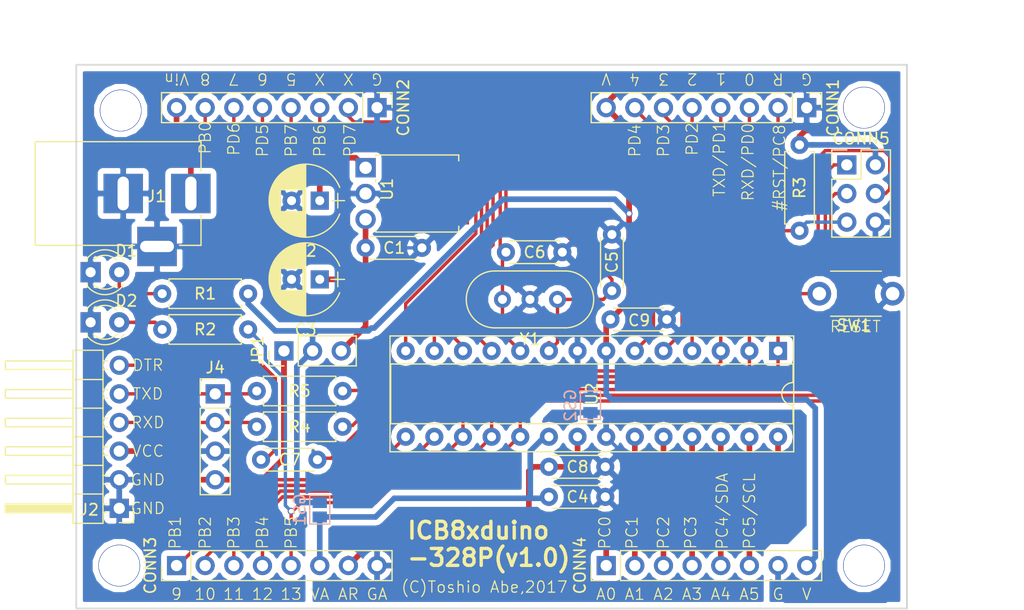
<source format=kicad_pcb>
(kicad_pcb (version 4) (host pcbnew 4.0.7-e2-6376~58~ubuntu16.04.1)
  (title_block (title ICB8xduino) (date 2017-11-18) (rev v1.0))
  (layers (0 F.Cu signal) (31 B.Cu signal) (34 B.Paste user) (35 F.Paste user) (36 B.SilkS user) (37 F.SilkS user) (38 B.Mask user) (39 F.Mask user) (44 Edge.Cuts user))
  (net 0 "")
  (net 1 /VIN)
  (net 2 /DC)
  (net 3 VCC)
  (net 4 /XTAL1)
  (net 5 /XTAL2)
  (net 6 /DTR)
  (net 7 /RESET)
  (net 8 /AREF)
  (net 9 /RXD)
  (net 10 /TXD)
  (net 11 /2)
  (net 12 /3)
  (net 13 /4)
  (net 14 /5)
  (net 15 /6)
  (net 16 /7)
  (net 17 /8)
  (net 18 /9)
  (net 19 /10)
  (net 20 /11)
  (net 21 /12)
  (net 22 /13)
  (net 23 /A0)
  (net 24 /A1)
  (net 25 /A2)
  (net 26 /A3)
  (net 27 /A4)
  (net 28 /A5)
  (net 29 "Net-(D1-Pad2)")
  (net 30 /V)
  (net 31 GNDD)
  (net 32 GNDA)
  (net 33 VDD)
  (net 34 "Net-(D2-Pad2)")
  (net 35 /0)
  (net 36 /1)
  (module Wire_Pads:SolderWirePad_single_0-8mmDrill (layer F.Cu) (at 180.34 40.64)
    (fp_text reference "" (at 0 -2.54) (layer F.SilkS))
    (fp_text value "")
    (pad "" np_thru_hole circle (at 0 0) (size 3.7 3.7) (drill 3.6) (layers *.Cu *.Mask))
  )
  (module Wire_Pads:SolderWirePad_single_0-8mmDrill (layer F.Cu) (at 180.34 81.28)
    (fp_text reference "" (at 0 -2.54) (layer F.SilkS))
    (fp_text value "")
    (pad "" np_thru_hole circle (at 0 0) (size 3.7 3.7) (drill 3.6) (layers *.Cu *.Mask))
  )
  (module Wire_Pads:SolderWirePad_single_0-8mmDrill (layer F.Cu) (at 114.3 81.28)
    (fp_text reference "" (at 0 -2.54) (layer F.SilkS))
    (fp_text value "")
    (pad "" np_thru_hole circle (at 0 0) (size 3.7 3.7) (drill 3.6) (layers *.Cu *.Mask))
  )
  (module Capacitors_THT:C_Disc_D4.3mm_W1.9mm_P5.00mm (layer F.Cu) (at 136.144 53.086)
    (fp_text reference C1 (at 2.54 0) (layer F.SilkS))
    (fp_text value 0.1u)
    (pad 1 thru_hole circle (at 0 0) (size 1.6 1.6) (drill 0.8) (layers *.Cu *.Mask) (net 2 /DC))
    (pad 2 thru_hole circle (at 5 0) (size 1.6 1.6) (drill 0.8) (layers *.Cu *.Mask) (net 31 GNDD))
  )
  (module Capacitors_THT:C_Disc_D4.3mm_W1.9mm_P5.00mm (layer F.Cu) (at 152.4 75.184)
    (fp_text reference C4 (at 2.54 0) (layer F.SilkS))
    (fp_text value 0.1u)
    (pad 1 thru_hole circle (at 0 0) (size 1.6 1.6) (drill 0.8) (layers *.Cu *.Mask) (net 3 VCC))
    (pad 2 thru_hole circle (at 5 0) (size 1.6 1.6) (drill 0.8) (layers *.Cu *.Mask) (net 32 GNDA))
  )
  (module Capacitors_THT:C_Disc_D4.3mm_W1.9mm_P5.00mm (layer F.Cu) (at 157.988 56.896 90)
    (fp_text reference C5 (at 2.54 0 90) (layer F.SilkS))
    (fp_text value 22p)
    (pad 1 thru_hole circle (at 0 0 90) (size 1.6 1.6) (drill 0.8) (layers *.Cu *.Mask) (net 4 /XTAL1))
    (pad 2 thru_hole circle (at 5 0 90) (size 1.6 1.6) (drill 0.8) (layers *.Cu *.Mask) (net 31 GNDD))
  )
  (module Capacitors_THT:C_Disc_D4.3mm_W1.9mm_P5.00mm (layer F.Cu) (at 148.59 53.467)
    (fp_text reference C6 (at 2.54 0) (layer F.SilkS))
    (fp_text value 22p)
    (pad 1 thru_hole circle (at 0 0) (size 1.6 1.6) (drill 0.8) (layers *.Cu *.Mask) (net 5 /XTAL2))
    (pad 2 thru_hole circle (at 5 0) (size 1.6 1.6) (drill 0.8) (layers *.Cu *.Mask) (net 31 GNDD))
  )
  (module Capacitors_THT:C_Disc_D4.3mm_W1.9mm_P5.00mm (layer F.Cu) (at 126.873 71.882)
    (fp_text reference C7 (at 2.54 0) (layer F.SilkS))
    (fp_text value 0.1u)
    (pad 1 thru_hole circle (at 0 0) (size 1.6 1.6) (drill 0.8) (layers *.Cu *.Mask) (net 6 /DTR))
    (pad 2 thru_hole circle (at 5 0) (size 1.6 1.6) (drill 0.8) (layers *.Cu *.Mask) (net 7 /RESET))
  )
  (module Capacitors_THT:C_Disc_D4.3mm_W1.9mm_P5.00mm (layer F.Cu) (at 152.4 72.517)
    (fp_text reference C8 (at 2.54 0) (layer F.SilkS))
    (fp_text value 0.1u)
    (pad 1 thru_hole circle (at 0 0) (size 1.6 1.6) (drill 0.8) (layers *.Cu *.Mask) (net 8 /AREF))
    (pad 2 thru_hole circle (at 5 0) (size 1.6 1.6) (drill 0.8) (layers *.Cu *.Mask) (net 32 GNDA))
  )
  (module LEDs:LED_D3.0mm (layer F.Cu) (at 111.76 55.245)
    (fp_text reference D1 (at 3.175 -1.905) (layer F.SilkS))
    (fp_text value RED)
    (pad 1 thru_hole rect (at 0 0) (size 1.8 1.8) (drill 0.9) (layers *.Cu *.Mask) (net 31 GNDD))
    (pad 2 thru_hole circle (at 2.54 0) (size 1.8 1.8) (drill 0.9) (layers *.Cu *.Mask) (net 29 "Net-(D1-Pad2)"))
  )
  (module Connectors:BARREL_JACK (layer F.Cu) (at 120.65 48.26)
    (fp_text reference J1 (at -3.048 0.254 180) (layer F.SilkS))
    (fp_text value BARREL_JACK)
    (pad 1 thru_hole rect (at 0 0) (size 3.5 3.5) (drill oval 1 3) (layers *.Cu *.Mask) (net 1 /VIN))
    (pad 2 thru_hole rect (at -6 0) (size 3.5 3.5) (drill oval 1 3) (layers *.Cu *.Mask) (net 31 GNDD))
    (pad 3 thru_hole rect (at -3 4.7) (size 3.5 3.5) (drill oval 3 1) (layers *.Cu *.Mask) (net 31 GNDD))
  )
  (module Pin_Headers:Pin_Header_Straight_1x03_Pitch2.54mm (layer F.Cu) (at 128.905 62.23 90)
    (fp_text reference JP1 (at 0 -2.33 90) (layer F.SilkS))
    (fp_text value PWR)
    (pad 1 thru_hole rect (at 0 0 90) (size 1.7 1.7) (drill 1) (layers *.Cu *.Mask) (net 30 /V))
    (pad 2 thru_hole oval (at 0 2.54 90) (size 1.7 1.7) (drill 1) (layers *.Cu *.Mask) (net 33 VDD))
    (pad 3 thru_hole oval (at 0 5.08 90) (size 1.7 1.7) (drill 1) (layers *.Cu *.Mask) (net 2 /DC))
  )
  (module Resistors_THT:R_Axial_DIN0207_L6.3mm_D2.5mm_P7.62mm_Horizontal (layer F.Cu) (at 125.73 57.15 180)
    (fp_text reference R1 (at 3.81 0 180) (layer F.SilkS))
    (fp_text value 10k)
    (pad 1 thru_hole circle (at 0 0 180) (size 1.6 1.6) (drill 0.8) (layers *.Cu *.Mask) (net 33 VDD))
    (pad 2 thru_hole oval (at 7.62 0 180) (size 1.6 1.6) (drill 0.8) (layers *.Cu *.Mask) (net 29 "Net-(D1-Pad2)"))
  )
  (module Resistors_THT:R_Axial_DIN0207_L6.3mm_D2.5mm_P7.62mm_Horizontal (layer F.Cu) (at 125.73 60.325 180)
    (fp_text reference R2 (at 3.81 0 180) (layer F.SilkS))
    (fp_text value 330)
    (pad 1 thru_hole circle (at 0 0 180) (size 1.6 1.6) (drill 0.8) (layers *.Cu *.Mask) (net 22 /13))
    (pad 2 thru_hole oval (at 7.62 0 180) (size 1.6 1.6) (drill 0.8) (layers *.Cu *.Mask) (net 34 "Net-(D2-Pad2)"))
  )
  (module TO_SOT_Packages_THT:SIPAK-1EP_Horizontal (layer F.Cu) (at 136.144 45.974 270)
    (fp_text reference U1 (at 1.905 -1.905 270) (layer F.SilkS))
    (fp_text value TA78M05F)
    (pad 4 smd rect (at 2.286 -6.073333 270) (size 5.5 6.2) (layers F.Cu F.Paste F.Mask))
    (pad 1 thru_hole rect (at 0 0 270) (size 1.7145 1.8) (drill 1.1) (layers *.Cu *.Mask) (net 1 /VIN))
    (pad 2 thru_hole oval (at 2.286 0 270) (size 1.7145 1.8) (drill 1.1) (layers *.Cu *.Mask) (net 31 GNDD))
    (pad 3 thru_hole oval (at 4.572 0 270) (size 1.7145 1.8) (drill 1.1) (layers *.Cu *.Mask) (net 2 /DC))
  )
  (module Housings_DIP:DIP-28_W7.62mm_Socket (layer F.Cu) (at 172.72 62.23 270)
    (fp_text reference U2 (at 3.81 16.51 270) (layer F.SilkS))
    (fp_text value ATMEGA328-PU)
    (pad 1 thru_hole rect (at 0 0 270) (size 1.6 1.6) (drill 0.8) (layers *.Cu *.Mask) (net 7 /RESET))
    (pad 15 thru_hole oval (at 7.62 33.02 270) (size 1.6 1.6) (drill 0.8) (layers *.Cu *.Mask) (net 18 /9))
    (pad 2 thru_hole oval (at 0 2.54 270) (size 1.6 1.6) (drill 0.8) (layers *.Cu *.Mask) (net 35 /0))
    (pad 16 thru_hole oval (at 7.62 30.48 270) (size 1.6 1.6) (drill 0.8) (layers *.Cu *.Mask) (net 19 /10))
    (pad 3 thru_hole oval (at 0 5.08 270) (size 1.6 1.6) (drill 0.8) (layers *.Cu *.Mask) (net 36 /1))
    (pad 17 thru_hole oval (at 7.62 27.94 270) (size 1.6 1.6) (drill 0.8) (layers *.Cu *.Mask) (net 20 /11))
    (pad 4 thru_hole oval (at 0 7.62 270) (size 1.6 1.6) (drill 0.8) (layers *.Cu *.Mask) (net 11 /2))
    (pad 18 thru_hole oval (at 7.62 25.4 270) (size 1.6 1.6) (drill 0.8) (layers *.Cu *.Mask) (net 21 /12))
    (pad 5 thru_hole oval (at 0 10.16 270) (size 1.6 1.6) (drill 0.8) (layers *.Cu *.Mask) (net 12 /3))
    (pad 19 thru_hole oval (at 7.62 22.86 270) (size 1.6 1.6) (drill 0.8) (layers *.Cu *.Mask) (net 22 /13))
    (pad 6 thru_hole oval (at 0 12.7 270) (size 1.6 1.6) (drill 0.8) (layers *.Cu *.Mask) (net 13 /4))
    (pad 20 thru_hole oval (at 7.62 20.32 270) (size 1.6 1.6) (drill 0.8) (layers *.Cu *.Mask) (net 3 VCC))
    (pad 7 thru_hole oval (at 0 15.24 270) (size 1.6 1.6) (drill 0.8) (layers *.Cu *.Mask) (net 33 VDD))
    (pad 21 thru_hole oval (at 7.62 17.78 270) (size 1.6 1.6) (drill 0.8) (layers *.Cu *.Mask) (net 8 /AREF))
    (pad 8 thru_hole oval (at 0 17.78 270) (size 1.6 1.6) (drill 0.8) (layers *.Cu *.Mask) (net 31 GNDD))
    (pad 22 thru_hole oval (at 7.62 15.24 270) (size 1.6 1.6) (drill 0.8) (layers *.Cu *.Mask) (net 32 GNDA))
    (pad 9 thru_hole oval (at 0 20.32 270) (size 1.6 1.6) (drill 0.8) (layers *.Cu *.Mask) (net 4 /XTAL1))
    (pad 23 thru_hole oval (at 7.62 12.7 270) (size 1.6 1.6) (drill 0.8) (layers *.Cu *.Mask) (net 23 /A0))
    (pad 10 thru_hole oval (at 0 22.86 270) (size 1.6 1.6) (drill 0.8) (layers *.Cu *.Mask) (net 5 /XTAL2))
    (pad 24 thru_hole oval (at 7.62 10.16 270) (size 1.6 1.6) (drill 0.8) (layers *.Cu *.Mask) (net 24 /A1))
    (pad 11 thru_hole oval (at 0 25.4 270) (size 1.6 1.6) (drill 0.8) (layers *.Cu *.Mask) (net 14 /5))
    (pad 25 thru_hole oval (at 7.62 7.62 270) (size 1.6 1.6) (drill 0.8) (layers *.Cu *.Mask) (net 25 /A2))
    (pad 12 thru_hole oval (at 0 27.94 270) (size 1.6 1.6) (drill 0.8) (layers *.Cu *.Mask) (net 15 /6))
    (pad 26 thru_hole oval (at 7.62 5.08 270) (size 1.6 1.6) (drill 0.8) (layers *.Cu *.Mask) (net 26 /A3))
    (pad 13 thru_hole oval (at 0 30.48 270) (size 1.6 1.6) (drill 0.8) (layers *.Cu *.Mask) (net 16 /7))
    (pad 27 thru_hole oval (at 7.62 2.54 270) (size 1.6 1.6) (drill 0.8) (layers *.Cu *.Mask) (net 27 /A4))
    (pad 14 thru_hole oval (at 0 33.02 270) (size 1.6 1.6) (drill 0.8) (layers *.Cu *.Mask) (net 17 /8))
    (pad 28 thru_hole oval (at 7.62 0 270) (size 1.6 1.6) (drill 0.8) (layers *.Cu *.Mask) (net 28 /A5))
  )
  (module Capacitors_THT:C_Disc_D4.3mm_W1.9mm_P5.00mm (layer F.Cu) (at 157.861 59.436)
    (fp_text reference C9 (at 2.54 0.084999) (layer F.SilkS))
    (fp_text value 0.1u)
    (pad 1 thru_hole circle (at 0 0) (size 1.6 1.6) (drill 0.8) (layers *.Cu *.Mask) (net 33 VDD))
    (pad 2 thru_hole circle (at 5 0) (size 1.6 1.6) (drill 0.8) (layers *.Cu *.Mask) (net 31 GNDD))
  )
  (module Pin_Headers:Pin_Header_Straight_1x08_Pitch2.54mm (layer F.Cu) (at 175.26 40.64 270)
    (fp_text reference CONN1 (at 0 -2.33 270) (layer F.SilkS))
    (fp_text value 1-7)
    (pad 1 thru_hole rect (at 0 0 270) (size 1.7 1.7) (drill 1) (layers *.Cu *.Mask) (net 31 GNDD))
    (pad 2 thru_hole oval (at 0 2.54 270) (size 1.7 1.7) (drill 1) (layers *.Cu *.Mask) (net 7 /RESET))
    (pad 3 thru_hole oval (at 0 5.08 270) (size 1.7 1.7) (drill 1) (layers *.Cu *.Mask) (net 35 /0))
    (pad 4 thru_hole oval (at 0 7.62 270) (size 1.7 1.7) (drill 1) (layers *.Cu *.Mask) (net 36 /1))
    (pad 5 thru_hole oval (at 0 10.16 270) (size 1.7 1.7) (drill 1) (layers *.Cu *.Mask) (net 11 /2))
    (pad 6 thru_hole oval (at 0 12.7 270) (size 1.7 1.7) (drill 1) (layers *.Cu *.Mask) (net 12 /3))
    (pad 7 thru_hole oval (at 0 15.24 270) (size 1.7 1.7) (drill 1) (layers *.Cu *.Mask) (net 13 /4))
    (pad 8 thru_hole oval (at 0 17.78 270) (size 1.7 1.7) (drill 1) (layers *.Cu *.Mask) (net 33 VDD))
  )
  (module Pin_Headers:Pin_Header_Straight_1x08_Pitch2.54mm (layer F.Cu) (at 137.16 40.64 270)
    (fp_text reference CONN2 (at 0 -2.33 270) (layer F.SilkS))
    (fp_text value 8-14)
    (pad 1 thru_hole rect (at 0 0 270) (size 1.7 1.7) (drill 1) (layers *.Cu *.Mask) (net 31 GNDD))
    (pad 2 thru_hole oval (at 0 2.54 270) (size 1.7 1.7) (drill 1) (layers *.Cu *.Mask) (net 4 /XTAL1))
    (pad 3 thru_hole oval (at 0 5.08 270) (size 1.7 1.7) (drill 1) (layers *.Cu *.Mask) (net 5 /XTAL2))
    (pad 4 thru_hole oval (at 0 7.62 270) (size 1.7 1.7) (drill 1) (layers *.Cu *.Mask) (net 14 /5))
    (pad 5 thru_hole oval (at 0 10.16 270) (size 1.7 1.7) (drill 1) (layers *.Cu *.Mask) (net 15 /6))
    (pad 6 thru_hole oval (at 0 12.7 270) (size 1.7 1.7) (drill 1) (layers *.Cu *.Mask) (net 16 /7))
    (pad 7 thru_hole oval (at 0 15.24 270) (size 1.7 1.7) (drill 1) (layers *.Cu *.Mask) (net 17 /8))
    (pad 8 thru_hole oval (at 0 17.78 270) (size 1.7 1.7) (drill 1) (layers *.Cu *.Mask) (net 1 /VIN))
  )
  (module Pin_Headers:Pin_Header_Straight_1x08_Pitch2.54mm (layer F.Cu) (at 119.38 81.28 90)
    (fp_text reference CONN3 (at 0 -2.33 90) (layer F.SilkS))
    (fp_text value 15-22)
    (pad 1 thru_hole rect (at 0 0 90) (size 1.7 1.7) (drill 1) (layers *.Cu *.Mask) (net 18 /9))
    (pad 2 thru_hole oval (at 0 2.54 90) (size 1.7 1.7) (drill 1) (layers *.Cu *.Mask) (net 19 /10))
    (pad 3 thru_hole oval (at 0 5.08 90) (size 1.7 1.7) (drill 1) (layers *.Cu *.Mask) (net 20 /11))
    (pad 4 thru_hole oval (at 0 7.62 90) (size 1.7 1.7) (drill 1) (layers *.Cu *.Mask) (net 21 /12))
    (pad 5 thru_hole oval (at 0 10.16 90) (size 1.7 1.7) (drill 1) (layers *.Cu *.Mask) (net 22 /13))
    (pad 6 thru_hole oval (at 0 12.7 90) (size 1.7 1.7) (drill 1) (layers *.Cu *.Mask) (net 3 VCC))
    (pad 7 thru_hole oval (at 0 15.24 90) (size 1.7 1.7) (drill 1) (layers *.Cu *.Mask) (net 8 /AREF))
    (pad 8 thru_hole oval (at 0 17.78 90) (size 1.7 1.7) (drill 1) (layers *.Cu *.Mask) (net 32 GNDA))
  )
  (module Pin_Headers:Pin_Header_Straight_1x08_Pitch2.54mm (layer F.Cu) (at 157.48 81.28 90)
    (fp_text reference CONN4 (at 0 -2.33 90) (layer F.SilkS))
    (fp_text value 23-28)
    (pad 1 thru_hole rect (at 0 0 90) (size 1.7 1.7) (drill 1) (layers *.Cu *.Mask) (net 23 /A0))
    (pad 2 thru_hole oval (at 0 2.54 90) (size 1.7 1.7) (drill 1) (layers *.Cu *.Mask) (net 24 /A1))
    (pad 3 thru_hole oval (at 0 5.08 90) (size 1.7 1.7) (drill 1) (layers *.Cu *.Mask) (net 25 /A2))
    (pad 4 thru_hole oval (at 0 7.62 90) (size 1.7 1.7) (drill 1) (layers *.Cu *.Mask) (net 26 /A3))
    (pad 5 thru_hole oval (at 0 10.16 90) (size 1.7 1.7) (drill 1) (layers *.Cu *.Mask) (net 27 /A4))
    (pad 6 thru_hole oval (at 0 12.7 90) (size 1.7 1.7) (drill 1) (layers *.Cu *.Mask) (net 28 /A5))
    (pad 7 thru_hole oval (at 0 15.24 90) (size 1.7 1.7) (drill 1) (layers *.Cu *.Mask) (net 31 GNDD))
    (pad 8 thru_hole oval (at 0 17.78 90) (size 1.7 1.7) (drill 1) (layers *.Cu *.Mask) (net 33 VDD))
  )
  (module Pin_Headers:Pin_Header_Straight_2x03_Pitch2.54mm (layer F.Cu) (at 178.816 45.72)
    (fp_text reference CONN5 (at 1.27 -2.33) (layer F.SilkS))
    (fp_text value ICSP)
    (pad 1 thru_hole rect (at 0 0) (size 1.7 1.7) (drill 1) (layers *.Cu *.Mask) (net 21 /12))
    (pad 2 thru_hole oval (at 2.54 0) (size 1.7 1.7) (drill 1) (layers *.Cu *.Mask) (net 33 VDD))
    (pad 3 thru_hole oval (at 0 2.54) (size 1.7 1.7) (drill 1) (layers *.Cu *.Mask) (net 22 /13))
    (pad 4 thru_hole oval (at 2.54 2.54) (size 1.7 1.7) (drill 1) (layers *.Cu *.Mask) (net 20 /11))
    (pad 5 thru_hole oval (at 0 5.08) (size 1.7 1.7) (drill 1) (layers *.Cu *.Mask) (net 7 /RESET))
    (pad 6 thru_hole oval (at 2.54 5.08) (size 1.7 1.7) (drill 1) (layers *.Cu *.Mask) (net 31 GNDD))
  )
  (module LEDs:LED_D3.0mm (layer F.Cu) (at 111.76 59.69)
    (fp_text reference D2 (at 3.175 -1.905) (layer F.SilkS))
    (fp_text value GREEN)
    (pad 1 thru_hole rect (at 0 0) (size 1.8 1.8) (drill 0.9) (layers *.Cu *.Mask) (net 31 GNDD))
    (pad 2 thru_hole circle (at 2.54 0) (size 1.8 1.8) (drill 0.9) (layers *.Cu *.Mask) (net 34 "Net-(D2-Pad2)"))
  )
  (module Connectors:GS2 (layer B.Cu) (at 132.08 76.327 180)
    (fp_text reference GS1 (at 1.78 0 450) (layer B.SilkS) (effects (justify mirror)))
    (fp_text value POWER)
    (pad 1 smd rect (at 0 0.64 180) (size 1.27 0.97) (layers B.Cu B.Paste B.Mask) (net 33 VDD))
    (pad 2 smd rect (at 0 -0.64 180) (size 1.27 0.97) (layers B.Cu B.Paste B.Mask) (net 3 VCC))
  )
  (module Connectors:GS2 (layer B.Cu) (at 156.083 67.056 180)
    (fp_text reference GS2 (at 1.78 0 450) (layer B.SilkS) (effects (justify mirror)))
    (fp_text value GND)
    (pad 1 smd rect (at 0 0.64 180) (size 1.27 0.97) (layers B.Cu B.Paste B.Mask) (net 31 GNDD))
    (pad 2 smd rect (at 0 -0.64 180) (size 1.27 0.97) (layers B.Cu B.Paste B.Mask) (net 32 GNDA))
  )
  (module Pin_Headers:Pin_Header_Angled_1x06_Pitch2.54mm (layer F.Cu) (at 114.3 76.2 180)
    (fp_text reference J2 (at 2.667 -0.127 180) (layer F.SilkS))
    (fp_text value Serial)
    (pad 1 thru_hole rect (at 0 0 180) (size 1.7 1.7) (drill 1) (layers *.Cu *.Mask) (net 31 GNDD))
    (pad 2 thru_hole oval (at 0 2.54 180) (size 1.7 1.7) (drill 1) (layers *.Cu *.Mask) (net 31 GNDD))
    (pad 3 thru_hole oval (at 0 5.08 180) (size 1.7 1.7) (drill 1) (layers *.Cu *.Mask) (net 30 /V))
    (pad 4 thru_hole oval (at 0 7.62 180) (size 1.7 1.7) (drill 1) (layers *.Cu *.Mask) (net 9 /RXD))
    (pad 5 thru_hole oval (at 0 10.16 180) (size 1.7 1.7) (drill 1) (layers *.Cu *.Mask) (net 10 /TXD))
    (pad 6 thru_hole oval (at 0 12.7 180) (size 1.7 1.7) (drill 1) (layers *.Cu *.Mask) (net 6 /DTR))
  )
  (module Pin_Headers:Pin_Header_Straight_1x04_Pitch2.54mm (layer F.Cu) (at 122.809 66.04)
    (fp_text reference J4 (at 0 -2.33) (layer F.SilkS))
    (fp_text value AE-FT234X)
    (pad 1 thru_hole rect (at 0 0) (size 1.7 1.7) (drill 1) (layers *.Cu *.Mask) (net 10 /TXD))
    (pad 2 thru_hole oval (at 0 2.54) (size 1.7 1.7) (drill 1) (layers *.Cu *.Mask) (net 9 /RXD))
    (pad 3 thru_hole oval (at 0 5.08) (size 1.7 1.7) (drill 1) (layers *.Cu *.Mask) (net 31 GNDD))
    (pad 4 thru_hole oval (at 0 7.62) (size 1.7 1.7) (drill 1) (layers *.Cu *.Mask) (net 30 /V))
  )
  (module Resistors_THT:R_Axial_DIN0207_L6.3mm_D2.5mm_P7.62mm_Horizontal (layer F.Cu) (at 174.625 43.942 270)
    (fp_text reference R3 (at 3.81 0 270) (layer F.SilkS))
    (fp_text value 10k)
    (pad 1 thru_hole circle (at 0 0 270) (size 1.6 1.6) (drill 0.8) (layers *.Cu *.Mask) (net 33 VDD))
    (pad 2 thru_hole oval (at 7.62 0 270) (size 1.6 1.6) (drill 0.8) (layers *.Cu *.Mask) (net 7 /RESET))
  )
  (module Resistors_THT:R_Axial_DIN0207_L6.3mm_D2.5mm_P7.62mm_Horizontal (layer F.Cu) (at 134.112 68.961 180)
    (fp_text reference R4 (at 3.81 0 180) (layer F.SilkS))
    (fp_text value 330)
    (pad 1 thru_hole circle (at 0 0 180) (size 1.6 1.6) (drill 0.8) (layers *.Cu *.Mask) (net 35 /0))
    (pad 2 thru_hole oval (at 7.62 0 180) (size 1.6 1.6) (drill 0.8) (layers *.Cu *.Mask) (net 9 /RXD))
  )
  (module Resistors_THT:R_Axial_DIN0207_L6.3mm_D2.5mm_P7.62mm_Horizontal (layer F.Cu) (at 134.112 65.786 180)
    (fp_text reference R5 (at 3.81 0 180) (layer F.SilkS))
    (fp_text value 330)
    (pad 1 thru_hole circle (at 0 0 180) (size 1.6 1.6) (drill 0.8) (layers *.Cu *.Mask) (net 36 /1))
    (pad 2 thru_hole oval (at 7.62 0 180) (size 1.6 1.6) (drill 0.8) (layers *.Cu *.Mask) (net 10 /TXD))
  )
  (module Capacitors_THT:CP_Radial_D6.3mm_P2.50mm (layer F.Cu) (at 132.08 48.895 180)
    (fp_text reference C2 (at 1.25 -4.46 180) (layer F.SilkS))
    (fp_text value 47u)
    (pad 1 thru_hole rect (at 0 0 180) (size 1.6 1.6) (drill 0.8) (layers *.Cu *.Mask) (net 1 /VIN))
    (pad 2 thru_hole circle (at 2.5 0 180) (size 1.6 1.6) (drill 0.8) (layers *.Cu *.Mask) (net 31 GNDD))
  )
  (module Capacitors_THT:CP_Radial_D6.3mm_P2.50mm (layer F.Cu) (at 132.08 55.88 180)
    (fp_text reference C3 (at 1.25 -4.46 180) (layer F.SilkS))
    (fp_text value 47u)
    (pad 1 thru_hole rect (at 0 0 180) (size 1.6 1.6) (drill 0.8) (layers *.Cu *.Mask) (net 2 /DC))
    (pad 2 thru_hole circle (at 2.5 0 180) (size 1.6 1.6) (drill 0.8) (layers *.Cu *.Mask) (net 31 GNDD))
  )
  (module Wire_Pads:SolderWirePad_single_0-8mmDrill (layer F.Cu) (at 114.427 40.894)
    (fp_text reference "" (at 0 -2.54) (layer F.SilkS))
    (fp_text value "")
    (pad "" np_thru_hole circle (at 0 0) (size 3.7 3.7) (drill 3.6) (layers *.Cu *.Mask))
  )
  (module ICB8xduino:SW_PUSH_Single_6mm (layer F.Cu) (at 182.88 57.15 180)
    (fp_text reference SW1 (at 3.429 -2.794 180) (layer F.SilkS))
    (fp_text value RESET)
    (pad 1 thru_hole circle (at 0 0 270) (size 2.1 2.1) (drill 1.2) (layers *.Cu *.Mask) (net 31 GNDD))
    (pad 2 thru_hole circle (at 6.5 0 270) (size 2.1 2.1) (drill 1.2) (layers *.Cu *.Mask) (net 7 /RESET))
  )
  (module ICB8xduino:Resonator__HC49-U_Vertical (layer F.Cu) (at 153.162 57.658 180)
    (fp_text reference Y1 (at 2.44 -3.525 180) (layer F.SilkS))
    (fp_text value 16MHz)
    (pad 2 thru_hole circle (at 2.44 0 180) (size 1.5 1.5) (drill 0.8) (layers *.Cu *.Mask) (net 31 GNDD))
    (pad 1 thru_hole circle (at 0 0 180) (size 1.5 1.5) (drill 0.8) (layers *.Cu *.Mask) (net 4 /XTAL1))
    (pad 3 thru_hole circle (at 4.88 0 180) (size 1.5 1.5) (drill 0.8) (layers *.Cu *.Mask) (net 5 /XTAL2))
  )
  (gr_text RESET (at 179.578 60.071) (layer F.SilkS) (effects (font (size 1 1) (thickness 0.1))))
  (gr_text 9 (at 119.38 83.82) (layer F.SilkS) (effects (font (size 1 1) (thickness 0.1))))
  (gr_text "(C)Toshio Abe,2017" (at 146.685 83.185) (layer F.SilkS) (effects (font (size 1 1) (thickness 0.1))))
  (gr_text "ICB8xduino\n-328P(v1.0)" (at 139.7 79.375) (layer F.SilkS) (effects (font (size 1.5 1.5) (thickness 0.3)) (justify left)))
  (gr_text "#RST/PC8" (at 172.847 45.974 90) (layer F.SilkS) (effects (font (size 1 1) (thickness 0.1))))
  (gr_text RXD/PD0 (at 170.053 45.466 90) (layer F.SilkS) (effects (font (size 1 1) (thickness 0.1))))
  (gr_text TXD/PD1 (at 167.513 45.212 90) (layer F.SilkS) (effects (font (size 1 1) (thickness 0.1))))
  (gr_text PD2 (at 165.1 43.434 90) (layer F.SilkS) (effects (font (size 1 1) (thickness 0.1))))
  (gr_text PD3 (at 162.56 43.561 90) (layer F.SilkS) (effects (font (size 1 1) (thickness 0.1))))
  (gr_text PD4 (at 160.02 43.561 90) (layer F.SilkS) (effects (font (size 1 1) (thickness 0.1))))
  (gr_text PB6 (at 132.08 43.561 90) (layer F.SilkS) (effects (font (size 1 1) (thickness 0.1))))
  (gr_text PB7 (at 129.54 43.561 90) (layer F.SilkS) (effects (font (size 1 1) (thickness 0.1))))
  (gr_text PD5 (at 127 43.561 90) (layer F.SilkS) (effects (font (size 1 1) (thickness 0.1))))
  (gr_text PD6 (at 124.46 43.434 90) (layer F.SilkS) (effects (font (size 1 1) (thickness 0.1))))
  (gr_text PD7 (at 134.747 43.561 90) (layer F.SilkS) (effects (font (size 1 1) (thickness 0.1))))
  (gr_text PB0 (at 121.92 43.307 90) (layer F.SilkS) (effects (font (size 1 1) (thickness 0.1))))
  (gr_text PB1 (at 119.253 78.359 90) (layer F.SilkS) (effects (font (size 1 1) (thickness 0.1))))
  (gr_text "PB2\n" (at 121.92 78.359 90) (layer F.SilkS) (effects (font (size 1 1) (thickness 0.1))))
  (gr_text PB3 (at 124.46 78.359 90) (layer F.SilkS) (effects (font (size 1 1) (thickness 0.1))))
  (gr_text PB4 (at 127 78.359 90) (layer F.SilkS) (effects (font (size 1 1) (thickness 0.1))))
  (gr_text PB5 (at 129.54 78.359 90) (layer F.SilkS) (effects (font (size 1 1) (thickness 0.1))))
  (gr_text PC0 (at 157.353 78.359 90) (layer F.SilkS) (effects (font (size 1 1) (thickness 0.1))))
  (gr_text PC1 (at 159.766 78.359 90) (layer F.SilkS) (effects (font (size 1 1) (thickness 0.1))))
  (gr_text PC2 (at 162.56 78.359 90) (layer F.SilkS) (effects (font (size 1 1) (thickness 0.1))))
  (gr_text PC3 (at 164.973 78.359 90) (layer F.SilkS) (effects (font (size 1 1) (thickness 0.1))))
  (gr_text PC4/SDA (at 167.767 76.454 90) (layer F.SilkS) (effects (font (size 1 1) (thickness 0.1))))
  (gr_text PC5/SCL (at 170.18 76.454 90) (layer F.SilkS) (effects (font (size 1 1) (thickness 0.1))))
  (gr_text GND (at 116.84 76.2) (layer F.SilkS) (effects (font (size 1 1) (thickness 0.1))))
  (gr_text GND (at 116.84 73.66) (layer F.SilkS) (effects (font (size 1 1) (thickness 0.1))))
  (gr_text VCC (at 116.84 71.12) (layer F.SilkS) (effects (font (size 1 1) (thickness 0.1))))
  (gr_text RXD (at 116.84 68.58) (layer F.SilkS) (effects (font (size 1 1) (thickness 0.1))))
  (gr_text TXD (at 116.84 66.04) (layer F.SilkS) (effects (font (size 1 1) (thickness 0.1))))
  (gr_text X (at 132.08 38.1 180) (layer F.SilkS) (effects (font (size 1 1) (thickness 0.1))))
  (gr_text X (at 134.62 38.1 180) (layer F.SilkS) (effects (font (size 1 1) (thickness 0.1))))
  (gr_text GA (at 137.16 83.82) (layer F.SilkS) (effects (font (size 1 1) (thickness 0.1))))
  (gr_text VA (at 132.08 83.82) (layer F.SilkS) (effects (font (size 1 1) (thickness 0.1))))
  (gr_text AR (at 134.62 83.82) (layer F.SilkS) (effects (font (size 1 1) (thickness 0.1))))
  (gr_text V (at 175.26 83.82) (layer F.SilkS) (effects (font (size 1 1) (thickness 0.1))))
  (gr_text G (at 172.72 83.82) (layer F.SilkS) (effects (font (size 1 1) (thickness 0.1))))
  (gr_text Vin (at 119.38 38.1 180) (layer F.SilkS) (effects (font (size 1 1) (thickness 0.1))))
  (gr_text V (at 157.48 38.1 180) (layer F.SilkS) (effects (font (size 1 1) (thickness 0.1))))
  (gr_text G (at 137.16 38.1 180) (layer F.SilkS) (effects (font (size 1 1) (thickness 0.1))))
  (gr_text G (at 175.26 38.1 180) (layer F.SilkS) (effects (font (size 1 1) (thickness 0.1))))
  (gr_text R (at 172.72 38.1 180) (layer F.SilkS) (effects (font (size 1 1) (thickness 0.1))))
  (gr_text 0 (at 170.18 38.1 180) (layer F.SilkS) (effects (font (size 1 1) (thickness 0.1))))
  (gr_text 1 (at 167.64 38.1 180) (layer F.SilkS) (effects (font (size 1 1) (thickness 0.1))))
  (gr_text 2 (at 165.1 38.1 180) (layer F.SilkS) (effects (font (size 1 1) (thickness 0.1))))
  (gr_text 3 (at 162.56 38.1 180) (layer F.SilkS) (effects (font (size 1 1) (thickness 0.1))))
  (gr_text 4 (at 160.02 38.1 180) (layer F.SilkS) (effects (font (size 1 1) (thickness 0.1))))
  (gr_text 5 (at 129.54 38.1 180) (layer F.SilkS) (effects (font (size 1 1) (thickness 0.1))))
  (gr_text 6 (at 127 38.1 180) (layer F.SilkS) (effects (font (size 1 1) (thickness 0.1))))
  (gr_text 7 (at 124.46 38.1 180) (layer F.SilkS) (effects (font (size 1 1) (thickness 0.1))))
  (gr_text 8 (at 121.92 38.1 180) (layer F.SilkS) (effects (font (size 1 1) (thickness 0.1))))
  (gr_text DTR (at 116.84 63.5) (layer F.SilkS) (effects (font (size 1 1) (thickness 0.1))))
  (gr_text 10 (at 121.92 83.82) (layer F.SilkS) (effects (font (size 1 1) (thickness 0.1))))
  (gr_text 11 (at 124.46 83.82) (layer F.SilkS) (effects (font (size 1 1) (thickness 0.1))))
  (gr_text 12 (at 127 83.82) (layer F.SilkS) (effects (font (size 1 1) (thickness 0.1))))
  (gr_text 13 (at 129.54 83.82) (layer F.SilkS) (effects (font (size 1 1) (thickness 0.1))))
  (gr_text A0 (at 157.48 83.82) (layer F.SilkS) (effects (font (size 1 1) (thickness 0.1))))
  (gr_text A2 (at 162.56 83.82) (layer F.SilkS) (effects (font (size 1 1) (thickness 0.1))))
  (gr_text A1 (at 160.02 83.82) (layer F.SilkS) (effects (font (size 1 1) (thickness 0.1))))
  (gr_text A3 (at 165.1 83.82) (layer F.SilkS) (effects (font (size 1 1) (thickness 0.1))))
  (gr_text A4 (at 167.64 83.82) (layer F.SilkS) (effects (font (size 1 1) (thickness 0.1))))
  (gr_text A5 (at 170.18 83.82) (layer F.SilkS) (effects (font (size 1 1) (thickness 0.1))))
  (gr_line (start 110.49 85.09) (end 184.15 85.09) (angle 90) (layer Edge.Cuts) (width 0.15))
  (gr_line (start 110.49 36.83) (end 184.15 36.83) (angle 90) (layer Edge.Cuts) (width 0.15))
  (gr_line (start 110.49 36.83) (end 110.49 85.09) (angle 90) (layer Edge.Cuts) (width 0.15))
  (gr_line (start 184.15 36.83) (end 184.15 85.09) (angle 90) (layer Edge.Cuts) (width 0.15))
  (segment (start 129.58 47.625) (end 129.58 47.712) (width 0.3) (layer B.Cu) (net 0))
  (segment (start 120.65 48.26) (end 120.65 45.085) (width 0.5) (layer F.Cu) (net 1))
  (segment (start 132.08 48.895) (end 132.08 45.050002) (width 0.5) (layer F.Cu) (net 1))
  (segment (start 132.08 45.085) (end 132.08 45.050002) (width 0.5) (layer F.Cu) (net 1))
  (segment (start 132.08 45.050002) (end 132.08 45.212) (width 0.5) (layer F.Cu) (net 1))
  (segment (start 132.08 45.212) (end 132.08 45.085) (width 0.5) (layer F.Cu) (net 1))
  (segment (start 130.556 45.085) (end 132.08 45.085) (width 0.5) (layer F.Cu) (net 1))
  (segment (start 132.08 45.085) (end 135.255 45.085) (width 0.5) (layer F.Cu) (net 1))
  (segment (start 135.255 45.085) (end 136.144 45.974) (width 0.5) (layer F.Cu) (net 1))
  (segment (start 130.556 45.085) (end 124.46 45.085) (width 0.5) (layer F.Cu) (net 1))
  (segment (start 124.46 45.085) (end 123.19 45.085) (width 0.5) (layer F.Cu) (net 1))
  (segment (start 119.38 40.64) (end 119.38 45.085) (width 0.5) (layer F.Cu) (net 1))
  (segment (start 119.38 45.085) (end 120.015 45.085) (width 0.5) (layer F.Cu) (net 1))
  (segment (start 120.015 45.085) (end 120.65 45.085) (width 0.5) (layer F.Cu) (net 1))
  (segment (start 120.65 45.085) (end 123.19 45.085) (width 0.5) (layer F.Cu) (net 1))
  (segment (start 132.08 55.88) (end 136.144 55.88) (width 0.5) (layer F.Cu) (net 2))
  (segment (start 136.144 55.88) (end 136.017 55.88) (width 0.5) (layer F.Cu) (net 2))
  (segment (start 136.017 55.88) (end 136.144 55.88) (width 0.5) (layer F.Cu) (net 2))
  (segment (start 136.144 53.086) (end 136.144 55.88) (width 0.5) (layer F.Cu) (net 2))
  (segment (start 136.144 55.88) (end 136.144 60.071) (width 0.5) (layer F.Cu) (net 2))
  (segment (start 136.144 60.071) (end 133.985 62.23) (width 0.5) (layer F.Cu) (net 2))
  (segment (start 136.144 50.546) (end 136.144 53.086) (width 0.5) (layer F.Cu) (net 2))
  (segment (start 132.08 76.967) (end 137.028 76.967) (width 0.5) (layer B.Cu) (net 3))
  (segment (start 138.684 75.311) (end 150.749 75.311) (width 0.5) (layer B.Cu) (net 3))
  (segment (start 137.028 76.967) (end 138.684 75.311) (width 0.5) (layer B.Cu) (net 3))
  (segment (start 132.08 76.967) (end 132.08 81.28) (width 0.5) (layer B.Cu) (net 3))
  (segment (start 152.4 69.85) (end 152.019 69.85) (width 0.5) (layer B.Cu) (net 3))
  (segment (start 152.019 69.85) (end 150.749 71.12) (width 0.5) (layer B.Cu) (net 3))
  (segment (start 150.749 71.12) (end 150.749 75.311) (width 0.5) (layer B.Cu) (net 3))
  (segment (start 150.749 75.311) (end 152.273 75.311) (width 0.5) (layer B.Cu) (net 3))
  (segment (start 152.273 75.311) (end 152.4 75.184) (width 0.5) (layer B.Cu) (net 3))
  (segment (start 132.08 81.28) (end 132.08 80.899) (width 0.5) (layer B.Cu) (net 3))
  (segment (start 152.4 69.85) (end 152.527 69.85) (width 0.5) (layer B.Cu) (net 3))
  (segment (start 154.8765 52.8955) (end 155.0035 52.8955) (width 0.3) (layer F.Cu) (net 4))
  (segment (start 157.988 55.88) (end 157.988 56.896) (width 0.3) (layer F.Cu) (net 4))
  (segment (start 155.0035 52.8955) (end 157.988 55.88) (width 0.3) (layer F.Cu) (net 4))
  (segment (start 153.162 57.658) (end 157.226 57.658) (width 0.3) (layer F.Cu) (net 4))
  (segment (start 157.226 57.658) (end 157.988 56.896) (width 0.3) (layer F.Cu) (net 4))
  (segment (start 153.162 57.658) (end 153.162 61.468) (width 0.3) (layer F.Cu) (net 4))
  (segment (start 153.162 61.468) (end 152.4 62.23) (width 0.3) (layer F.Cu) (net 4))
  (segment (start 134.62 40.64) (end 134.62 41.409998) (width 0.3) (layer F.Cu) (net 4))
  (segment (start 134.62 41.409998) (end 135.120002 41.91) (width 0.3) (layer F.Cu) (net 4))
  (segment (start 135.120002 41.91) (end 146.685 41.91) (width 0.3) (layer F.Cu) (net 4))
  (segment (start 146.685 41.91) (end 148.59 43.815) (width 0.3) (layer F.Cu) (net 4))
  (segment (start 148.59 43.815) (end 148.59 51.562) (width 0.3) (layer F.Cu) (net 4))
  (segment (start 148.59 51.562) (end 148.844 51.816) (width 0.3) (layer F.Cu) (net 4))
  (segment (start 148.844 51.816) (end 153.797 51.816) (width 0.3) (layer F.Cu) (net 4))
  (segment (start 153.797 51.816) (end 154.8765 52.8955) (width 0.3) (layer F.Cu) (net 4))
  (segment (start 134.62 40.64) (end 134.62 41.021) (width 0.5) (layer F.Cu) (net 4))
  (segment (start 152.4 62.23) (end 152.4 61.595) (width 0.5) (layer F.Cu) (net 4))
  (segment (start 148.282 57.658) (end 148.282 53.775) (width 0.3) (layer F.Cu) (net 5))
  (segment (start 148.282 53.775) (end 148.59 53.467) (width 0.3) (layer F.Cu) (net 5))
  (segment (start 148.282 57.658) (end 148.282 60.652) (width 0.3) (layer F.Cu) (net 5))
  (segment (start 148.282 60.652) (end 149.86 62.23) (width 0.3) (layer F.Cu) (net 5))
  (segment (start 132.08 40.64) (end 132.08 42.171998) (width 0.3) (layer F.Cu) (net 5))
  (segment (start 148.082 44.069) (end 148.082 52.959) (width 0.3) (layer F.Cu) (net 5))
  (segment (start 146.431 42.418) (end 148.082 44.069) (width 0.3) (layer F.Cu) (net 5))
  (segment (start 132.326002 42.418) (end 146.431 42.418) (width 0.3) (layer F.Cu) (net 5))
  (segment (start 132.08 42.171998) (end 132.326002 42.418) (width 0.3) (layer F.Cu) (net 5))
  (segment (start 148.082 52.959) (end 148.59 53.467) (width 0.3) (layer F.Cu) (net 5))
  (segment (start 126.873 71.882) (end 127.254 71.882) (width 0.3) (layer F.Cu) (net 6))
  (segment (start 127.254 71.882) (end 128.143 70.993) (width 0.3) (layer F.Cu) (net 6))
  (segment (start 128.143 70.993) (end 128.143 64.643) (width 0.3) (layer F.Cu) (net 6))
  (segment (start 128.143 64.643) (end 127 63.5) (width 0.3) (layer F.Cu) (net 6))
  (segment (start 127 63.5) (end 124.079 63.5) (width 0.3) (layer F.Cu) (net 6))
  (segment (start 114.3 63.5) (end 124.079 63.5) (width 0.3) (layer F.Cu) (net 6))
  (segment (start 126.365 71.628) (end 126.492 71.755) (width 0.3) (layer F.Cu) (net 6))
  (segment (start 131.492 71.755) (end 133.088002 71.755) (width 0.3) (layer F.Cu) (net 7))
  (segment (start 133.088002 71.755) (end 139.819002 65.024) (width 0.3) (layer F.Cu) (net 7))
  (segment (start 139.819002 65.024) (end 139.819002 65.016002) (width 0.3) (layer F.Cu) (net 7))
  (segment (start 139.819002 65.016002) (end 139.819002 65.024) (width 0.3) (layer F.Cu) (net 7))
  (segment (start 174.625 51.562) (end 172.72 51.562) (width 0.3) (layer F.Cu) (net 7))
  (segment (start 172.72 51.562) (end 172.847 51.562) (width 0.3) (layer F.Cu) (net 7))
  (segment (start 172.847 51.562) (end 172.72 51.562) (width 0.3) (layer F.Cu) (net 7))
  (segment (start 174.625 51.562) (end 174.625 51.435) (width 0.3) (layer B.Cu) (net 7))
  (segment (start 175.26 50.8) (end 178.816 50.8) (width 0.3) (layer B.Cu) (net 7))
  (segment (start 174.625 51.435) (end 175.26 50.8) (width 0.3) (layer B.Cu) (net 7))
  (segment (start 168.275 65.024) (end 171.831 65.024) (width 0.3) (layer F.Cu) (net 7))
  (segment (start 172.72 64.135) (end 172.72 62.23) (width 0.3) (layer F.Cu) (net 7))
  (segment (start 171.831 65.024) (end 172.72 64.135) (width 0.3) (layer F.Cu) (net 7))
  (segment (start 139.819002 65.024) (end 168.275 65.024) (width 0.3) (layer F.Cu) (net 7))
  (segment (start 131.492 71.755) (end 131.492 71.073) (width 0.3) (layer B.Cu) (net 7))
  (segment (start 176.38 57.15) (end 172.72 57.15) (width 0.3) (layer F.Cu) (net 7))
  (segment (start 176.276 57.046) (end 176.38 57.15) (width 0.3) (layer F.Cu) (net 7))
  (segment (start 172.72 62.23) (end 172.72 57.15) (width 0.3) (layer F.Cu) (net 7))
  (segment (start 172.72 57.15) (end 172.72 53.34) (width 0.3) (layer F.Cu) (net 7))
  (segment (start 172.72 53.34) (end 172.72 52.705) (width 0.3) (layer F.Cu) (net 7))
  (segment (start 172.72 52.705) (end 172.72 51.562) (width 0.3) (layer F.Cu) (net 7))
  (segment (start 172.72 51.562) (end 172.72 40.64) (width 0.3) (layer F.Cu) (net 7))
  (segment (start 150.622 74.93) (end 150.622 72.898) (width 0.5) (layer F.Cu) (net 8))
  (segment (start 151.003 72.517) (end 152.4 72.517) (width 0.5) (layer F.Cu) (net 8))
  (segment (start 150.622 72.898) (end 151.003 72.517) (width 0.5) (layer F.Cu) (net 8))
  (segment (start 134.62 81.28) (end 136.271 79.629) (width 0.5) (layer F.Cu) (net 8))
  (segment (start 150.622 78.994) (end 150.622 76.835) (width 0.5) (layer F.Cu) (net 8))
  (segment (start 149.987 79.629) (end 150.622 78.994) (width 0.5) (layer F.Cu) (net 8))
  (segment (start 136.271 79.629) (end 149.987 79.629) (width 0.5) (layer F.Cu) (net 8))
  (segment (start 134.62 81.28) (end 134.62 80.645) (width 0.5) (layer F.Cu) (net 8))
  (segment (start 150.622 76.835) (end 150.622 74.93) (width 0.5) (layer F.Cu) (net 8))
  (segment (start 152.4 72.517) (end 154.051 72.517) (width 0.5) (layer F.Cu) (net 8))
  (segment (start 154.94 71.628) (end 154.94 69.85) (width 0.5) (layer F.Cu) (net 8))
  (segment (start 154.051 72.517) (end 154.94 71.628) (width 0.5) (layer F.Cu) (net 8))
  (segment (start 122.809 68.58) (end 126.111 68.58) (width 0.3) (layer F.Cu) (net 9))
  (segment (start 126.111 68.58) (end 126.492 68.961) (width 0.3) (layer F.Cu) (net 9))
  (segment (start 126.238 68.707) (end 126.492 68.961) (width 0.3) (layer F.Cu) (net 9))
  (segment (start 114.3 68.58) (end 122.174 68.58) (width 0.3) (layer F.Cu) (net 9))
  (segment (start 122.809 66.04) (end 126.238 66.04) (width 0.3) (layer F.Cu) (net 10))
  (segment (start 126.238 66.04) (end 126.492 65.786) (width 0.3) (layer F.Cu) (net 10))
  (segment (start 126.111 66.167) (end 126.492 65.786) (width 0.3) (layer F.Cu) (net 10))
  (segment (start 114.3 66.04) (end 122.174 66.04) (width 0.3) (layer F.Cu) (net 10))
  (segment (start 165.1 62.23) (end 165.1 40.64) (width 0.3) (layer F.Cu) (net 11))
  (segment (start 162.56 40.64) (end 162.56 41.275) (width 0.3) (layer F.Cu) (net 12))
  (segment (start 162.56 41.275) (end 164.211 42.926) (width 0.3) (layer F.Cu) (net 12))
  (segment (start 164.211 60.579) (end 162.56 62.23) (width 0.3) (layer F.Cu) (net 12))
  (segment (start 164.211 42.926) (end 164.211 60.579) (width 0.3) (layer F.Cu) (net 12))
  (segment (start 160.02 40.64) (end 160.02 40.767) (width 0.3) (layer F.Cu) (net 13))
  (segment (start 160.02 40.767) (end 161.671 42.418) (width 0.3) (layer F.Cu) (net 13))
  (segment (start 161.671 60.579) (end 160.02 62.23) (width 0.3) (layer F.Cu) (net 13))
  (segment (start 161.671 42.418) (end 161.671 60.579) (width 0.3) (layer F.Cu) (net 13))
  (segment (start 129.54 40.64) (end 129.54 42.695994) (width 0.3) (layer F.Cu) (net 14))
  (segment (start 144.272 59.182) (end 147.32 62.23) (width 0.3) (layer F.Cu) (net 14))
  (segment (start 144.272 55.999002) (end 144.272 59.182) (width 0.3) (layer F.Cu) (net 14))
  (segment (start 147.447 52.824002) (end 144.272 55.999002) (width 0.3) (layer F.Cu) (net 14))
  (segment (start 147.447 44.196) (end 147.447 52.824002) (width 0.3) (layer F.Cu) (net 14))
  (segment (start 146.177 42.926) (end 147.447 44.196) (width 0.3) (layer F.Cu) (net 14))
  (segment (start 129.770006 42.926) (end 146.177 42.926) (width 0.3) (layer F.Cu) (net 14))
  (segment (start 129.54 42.695994) (end 129.770006 42.926) (width 0.3) (layer F.Cu) (net 14))
  (segment (start 146.923004 51.816) (end 146.923004 52.593996) (width 0.3) (layer F.Cu) (net 15))
  (segment (start 146.923004 52.593996) (end 146.177 53.34) (width 0.3) (layer F.Cu) (net 15))
  (segment (start 127 42.672) (end 127 43.307) (width 0.3) (layer F.Cu) (net 15))
  (segment (start 146.923004 44.434004) (end 146.923004 51.816) (width 0.3) (layer F.Cu) (net 15))
  (segment (start 145.938996 43.449996) (end 146.923004 44.434004) (width 0.3) (layer F.Cu) (net 15))
  (segment (start 127.142996 43.449996) (end 145.938996 43.449996) (width 0.3) (layer F.Cu) (net 15))
  (segment (start 127 43.307) (end 127.142996 43.449996) (width 0.3) (layer F.Cu) (net 15))
  (segment (start 127 40.64) (end 127 42.672) (width 0.3) (layer F.Cu) (net 15))
  (segment (start 144.78 62.23) (end 144.78 61.849) (width 0.3) (layer F.Cu) (net 15))
  (segment (start 144.78 61.849) (end 143.637 60.706) (width 0.3) (layer F.Cu) (net 15))
  (segment (start 143.637 60.706) (end 143.637 55.88) (width 0.3) (layer F.Cu) (net 15))
  (segment (start 143.637 55.88) (end 146.177 53.34) (width 0.3) (layer F.Cu) (net 15))
  (segment (start 127 40.64) (end 127.21353 40.64) (width 0.3) (layer F.Cu) (net 15))
  (segment (start 145.676998 43.949998) (end 145.676998 44.004888) (width 0.3) (layer F.Cu) (net 16))
  (segment (start 146.423002 52.204998) (end 146.177 52.451) (width 0.3) (layer F.Cu) (net 16))
  (segment (start 146.423002 44.750892) (end 146.423002 52.204998) (width 0.3) (layer F.Cu) (net 16))
  (segment (start 145.676998 44.004888) (end 146.423002 44.750892) (width 0.3) (layer F.Cu) (net 16))
  (segment (start 124.46 43.053) (end 124.46 43.561) (width 0.3) (layer F.Cu) (net 16))
  (segment (start 124.848998 43.949998) (end 145.676998 43.949998) (width 0.3) (layer F.Cu) (net 16))
  (segment (start 124.46 43.561) (end 124.848998 43.949998) (width 0.3) (layer F.Cu) (net 16))
  (segment (start 124.46 40.64) (end 124.46 43.053) (width 0.3) (layer F.Cu) (net 16))
  (segment (start 142.24 56.388) (end 142.24 62.23) (width 0.3) (layer F.Cu) (net 16))
  (segment (start 146.177 52.451) (end 142.24 56.388) (width 0.3) (layer F.Cu) (net 16))
  (segment (start 142.24 62.23) (end 142.24 62.103) (width 0.3) (layer B.Cu) (net 16))
  (segment (start 121.92 40.64) (end 121.92 44.069) (width 0.3) (layer F.Cu) (net 17))
  (segment (start 145.923 44.958) (end 145.923 45.72) (width 0.3) (layer F.Cu) (net 17))
  (segment (start 145.415 44.45) (end 145.923 44.958) (width 0.3) (layer F.Cu) (net 17))
  (segment (start 122.301 44.45) (end 145.415 44.45) (width 0.3) (layer F.Cu) (net 17))
  (segment (start 121.92 44.069) (end 122.301 44.45) (width 0.3) (layer F.Cu) (net 17))
  (segment (start 139.7 58.039) (end 139.7 62.23) (width 0.3) (layer F.Cu) (net 17))
  (segment (start 145.923 51.816) (end 139.7 58.039) (width 0.3) (layer F.Cu) (net 17))
  (segment (start 145.923 45.72) (end 145.923 51.816) (width 0.3) (layer F.Cu) (net 17))
  (segment (start 121.92 40.64) (end 121.92 40.767) (width 0.3) (layer B.Cu) (net 17))
  (segment (start 128.016 73.66) (end 127.889 73.66) (width 0.3) (layer F.Cu) (net 18))
  (segment (start 122.674002 78.874998) (end 121.912002 78.874998) (width 0.3) (layer F.Cu) (net 18))
  (segment (start 127.889 73.66) (end 122.674002 78.874998) (width 0.3) (layer F.Cu) (net 18))
  (segment (start 128.016 73.66) (end 128.778 73.66) (width 0.3) (layer F.Cu) (net 18))
  (segment (start 129.413 73.66) (end 128.778 73.66) (width 0.3) (layer F.Cu) (net 18))
  (segment (start 135.89 73.66) (end 139.7 69.85) (width 0.3) (layer F.Cu) (net 18))
  (segment (start 129.413 73.66) (end 135.89 73.66) (width 0.3) (layer F.Cu) (net 18))
  (segment (start 119.38 81.28) (end 119.507 81.28) (width 0.3) (layer F.Cu) (net 18))
  (segment (start 119.507 81.28) (end 121.912002 78.874998) (width 0.3) (layer F.Cu) (net 18))
  (segment (start 119.38 81.28) (end 119.472002 81.28) (width 0.3) (layer F.Cu) (net 18))
  (segment (start 130.302 74.168) (end 128.32489 74.168) (width 0.3) (layer F.Cu) (net 19))
  (segment (start 128.32489 74.168) (end 121.92 80.57289) (width 0.3) (layer F.Cu) (net 19))
  (segment (start 121.92 80.57289) (end 121.92 81.28) (width 0.3) (layer F.Cu) (net 19))
  (segment (start 125.9205 76.564392) (end 128.316892 74.168) (width 0.3) (layer F.Cu) (net 19))
  (segment (start 128.316892 74.168) (end 128.316892 74.160002) (width 0.3) (layer F.Cu) (net 19))
  (segment (start 128.316892 74.160002) (end 128.316892 74.168) (width 0.3) (layer F.Cu) (net 19))
  (segment (start 129.921 74.168) (end 128.316892 74.168) (width 0.3) (layer F.Cu) (net 19))
  (segment (start 136.144 74.168) (end 138.7475 71.5645) (width 0.3) (layer F.Cu) (net 19))
  (segment (start 129.921 74.168) (end 130.302 74.168) (width 0.3) (layer F.Cu) (net 19))
  (segment (start 130.302 74.168) (end 136.144 74.168) (width 0.3) (layer F.Cu) (net 19))
  (segment (start 140.5255 71.5645) (end 142.24 69.85) (width 0.3) (layer F.Cu) (net 19))
  (segment (start 138.7475 71.5645) (end 140.5255 71.5645) (width 0.3) (layer F.Cu) (net 19))
  (segment (start 121.92 81.28) (end 122.047 81.28) (width 0.3) (layer F.Cu) (net 19))
  (segment (start 180.721 44.45) (end 182.118 44.45) (width 0.3) (layer F.Cu) (net 20))
  (segment (start 182.245 48.26) (end 181.356 48.26) (width 0.3) (layer F.Cu) (net 20))
  (segment (start 182.626 47.879) (end 182.245 48.26) (width 0.3) (layer F.Cu) (net 20))
  (segment (start 182.626 44.958) (end 182.626 47.879) (width 0.3) (layer F.Cu) (net 20))
  (segment (start 182.118 44.45) (end 182.626 44.958) (width 0.3) (layer F.Cu) (net 20))
  (segment (start 180.086 57.912) (end 180.086 57.15) (width 0.3) (layer F.Cu) (net 20))
  (segment (start 176.911 44.45) (end 178.816 44.45) (width 0.3) (layer F.Cu) (net 20))
  (segment (start 176.276 45.085) (end 176.911 44.45) (width 0.3) (layer F.Cu) (net 20))
  (segment (start 176.276 53.34) (end 176.276 45.085) (width 0.3) (layer F.Cu) (net 20))
  (segment (start 180.086 57.15) (end 176.276 53.34) (width 0.3) (layer F.Cu) (net 20))
  (segment (start 124.46 81.28) (end 124.46 78.79489) (width 0.3) (layer F.Cu) (net 20))
  (segment (start 124.46 78.79489) (end 128.586888 74.668002) (width 0.3) (layer F.Cu) (net 20))
  (segment (start 129.921 74.668002) (end 129.921 74.676) (width 0.3) (layer F.Cu) (net 20))
  (segment (start 129.921 74.676) (end 136.525 74.676) (width 0.3) (layer F.Cu) (net 20))
  (segment (start 136.525 74.676) (end 139.065 72.136) (width 0.3) (layer F.Cu) (net 20))
  (segment (start 139.065 72.136) (end 141.097 72.136) (width 0.3) (layer F.Cu) (net 20))
  (segment (start 141.097 72.136) (end 141.986 71.247) (width 0.3) (layer F.Cu) (net 20))
  (segment (start 141.986 71.247) (end 143.383 71.247) (width 0.3) (layer F.Cu) (net 20))
  (segment (start 143.383 71.247) (end 144.78 69.85) (width 0.3) (layer F.Cu) (net 20))
  (segment (start 128.586888 74.668002) (end 129.921 74.668002) (width 0.3) (layer F.Cu) (net 20))
  (segment (start 124.46 81.28) (end 124.46 81.153) (width 0.3) (layer F.Cu) (net 20))
  (segment (start 179.585998 65.659) (end 177.419 65.659) (width 0.3) (layer F.Cu) (net 20))
  (segment (start 180.086 65.158998) (end 179.585998 65.659) (width 0.3) (layer F.Cu) (net 20))
  (segment (start 180.086 57.912) (end 180.086 65.158998) (width 0.3) (layer F.Cu) (net 20))
  (segment (start 144.78 69.85) (end 144.78 66.04) (width 0.3) (layer F.Cu) (net 20))
  (segment (start 144.78 66.04) (end 145.161 65.659) (width 0.3) (layer F.Cu) (net 20))
  (segment (start 145.161 65.659) (end 177.419 65.659) (width 0.3) (layer F.Cu) (net 20))
  (segment (start 124.46 81.28) (end 124.587 81.28) (width 0.3) (layer F.Cu) (net 20))
  (segment (start 180.721 44.45) (end 178.816 44.45) (width 0.3) (layer F.Cu) (net 20))
  (segment (start 178.816 45.72) (end 177.673 45.72) (width 0.3) (layer F.Cu) (net 21))
  (segment (start 176.911 46.482) (end 176.911 49.403) (width 0.3) (layer F.Cu) (net 21))
  (segment (start 177.673 45.72) (end 176.911 46.482) (width 0.3) (layer F.Cu) (net 21))
  (segment (start 176.911 53.078002) (end 178.184999 54.352001) (width 0.3) (layer F.Cu) (net 21))
  (segment (start 176.911 49.403) (end 176.911 53.078002) (width 0.3) (layer F.Cu) (net 21))
  (segment (start 130.429 75.184) (end 128.778 75.184) (width 0.3) (layer F.Cu) (net 21))
  (segment (start 128.778 75.184) (end 127 76.962) (width 0.3) (layer F.Cu) (net 21))
  (segment (start 127 76.962) (end 127 78.351002) (width 0.3) (layer F.Cu) (net 21))
  (segment (start 127 78.351002) (end 126.992002 78.351002) (width 0.3) (layer F.Cu) (net 21))
  (segment (start 126.992002 78.351002) (end 127 78.351002) (width 0.3) (layer F.Cu) (net 21))
  (segment (start 127 81.28) (end 127 78.351002) (width 0.3) (layer F.Cu) (net 21))
  (segment (start 136.779 75.184) (end 137.541 74.422) (width 0.3) (layer F.Cu) (net 21))
  (segment (start 130.429 75.184) (end 136.779 75.184) (width 0.3) (layer F.Cu) (net 21))
  (segment (start 141.478 72.771) (end 142.24 72.009) (width 0.3) (layer F.Cu) (net 21))
  (segment (start 139.192 72.771) (end 141.478 72.771) (width 0.3) (layer F.Cu) (net 21))
  (segment (start 137.541 74.422) (end 139.192 72.771) (width 0.3) (layer F.Cu) (net 21))
  (segment (start 142.367 71.882) (end 145.288 71.882) (width 0.3) (layer F.Cu) (net 21))
  (segment (start 142.24 72.009) (end 142.367 71.882) (width 0.3) (layer F.Cu) (net 21))
  (segment (start 145.288 71.882) (end 147.32 69.85) (width 0.3) (layer F.Cu) (net 21))
  (segment (start 180.601998 56.769) (end 180.601998 56.958888) (width 0.3) (layer F.Cu) (net 21))
  (segment (start 178.184999 54.352001) (end 180.601998 56.769) (width 0.3) (layer F.Cu) (net 21))
  (segment (start 180.594 58.166) (end 180.601998 58.166) (width 0.3) (layer F.Cu) (net 21))
  (segment (start 180.601998 58.166) (end 180.601998 65.659) (width 0.3) (layer F.Cu) (net 21))
  (segment (start 180.601998 65.659) (end 180.093998 66.167) (width 0.3) (layer F.Cu) (net 21))
  (segment (start 180.093998 66.167) (end 178.315998 66.167) (width 0.3) (layer F.Cu) (net 21))
  (segment (start 180.601998 56.958888) (end 180.601998 58.158002) (width 0.3) (layer F.Cu) (net 21))
  (segment (start 180.601998 58.158002) (end 180.594 58.166) (width 0.3) (layer F.Cu) (net 21))
  (segment (start 178.315998 66.167) (end 178.315998 66.159002) (width 0.3) (layer F.Cu) (net 21))
  (segment (start 178.315998 66.159002) (end 178.315998 66.167) (width 0.3) (layer F.Cu) (net 21))
  (segment (start 148.971 66.167) (end 147.955 66.167) (width 0.3) (layer F.Cu) (net 21))
  (segment (start 150.241 66.167) (end 178.315998 66.167) (width 0.3) (layer F.Cu) (net 21))
  (segment (start 150.241 66.167) (end 148.971 66.167) (width 0.3) (layer F.Cu) (net 21))
  (segment (start 147.32 66.802) (end 147.32 69.85) (width 0.3) (layer F.Cu) (net 21))
  (segment (start 147.955 66.167) (end 147.32 66.802) (width 0.3) (layer F.Cu) (net 21))
  (segment (start 127 81.28) (end 127.127 81.28) (width 0.3) (layer F.Cu) (net 21))
  (segment (start 178.816 48.26) (end 177.8 48.26) (width 0.3) (layer F.Cu) (net 22))
  (segment (start 178.816 54.229) (end 178.816 54.275892) (width 0.3) (layer F.Cu) (net 22))
  (segment (start 177.411002 52.824002) (end 178.816 54.229) (width 0.3) (layer F.Cu) (net 22))
  (segment (start 177.411002 48.648998) (end 177.411002 52.824002) (width 0.3) (layer F.Cu) (net 22))
  (segment (start 177.8 48.26) (end 177.411002 48.648998) (width 0.3) (layer F.Cu) (net 22))
  (segment (start 127.254 61.976) (end 127.254 62.992) (width 0.3) (layer B.Cu) (net 22))
  (segment (start 129.032 64.77) (end 129.032 66.675) (width 0.3) (layer B.Cu) (net 22))
  (segment (start 127.254 62.992) (end 129.032 64.77) (width 0.3) (layer B.Cu) (net 22))
  (segment (start 129.54 76.454) (end 129.667 76.454) (width 0.3) (layer F.Cu) (net 22))
  (segment (start 130.429 75.692) (end 131.699 75.692) (width 0.3) (layer F.Cu) (net 22))
  (segment (start 129.667 76.454) (end 130.429 75.692) (width 0.3) (layer F.Cu) (net 22))
  (segment (start 139.192 73.533) (end 139.954 73.533) (width 0.3) (layer F.Cu) (net 22))
  (segment (start 142.621 72.517) (end 142.367 72.771) (width 0.3) (layer F.Cu) (net 22))
  (segment (start 149.733 69.85) (end 147.066 72.517) (width 0.3) (layer F.Cu) (net 22))
  (segment (start 139.954 73.533) (end 141.605 73.533) (width 0.3) (layer F.Cu) (net 22))
  (segment (start 141.605 73.533) (end 142.367 72.771) (width 0.3) (layer F.Cu) (net 22))
  (segment (start 147.066 72.517) (end 142.621 72.517) (width 0.3) (layer F.Cu) (net 22))
  (segment (start 131.699 75.692) (end 137.033 75.692) (width 0.3) (layer F.Cu) (net 22))
  (segment (start 137.033 75.692) (end 139.192 73.533) (width 0.3) (layer F.Cu) (net 22))
  (segment (start 129.54 81.28) (end 129.54 76.454) (width 0.3) (layer F.Cu) (net 22))
  (segment (start 129.032 71.12) (end 129.032 75.946) (width 0.3) (layer B.Cu) (net 22))
  (segment (start 129.032 66.675) (end 129.032 71.12) (width 0.3) (layer B.Cu) (net 22))
  (segment (start 127.254 61.849) (end 127.254 61.976) (width 0.3) (layer B.Cu) (net 22))
  (segment (start 125.73 60.325) (end 127.254 61.849) (width 0.3) (layer B.Cu) (net 22))
  (segment (start 129.032 75.946) (end 129.54 76.454) (width 0.3) (layer B.Cu) (net 22))
  (via (at 129.54 76.454) (size 0.6) (drill 0.4) (layers F.Cu B.Cu) (net 22))
  (segment (start 181.102 56.561892) (end 181.102 58.039) (width 0.3) (layer F.Cu) (net 22))
  (segment (start 178.816 54.275892) (end 181.102 56.561892) (width 0.3) (layer F.Cu) (net 22))
  (segment (start 178.181 66.675) (end 180.34 66.675) (width 0.3) (layer F.Cu) (net 22))
  (segment (start 150.495 66.675) (end 178.181 66.675) (width 0.3) (layer F.Cu) (net 22))
  (segment (start 149.86 67.31) (end 150.495 66.675) (width 0.3) (layer F.Cu) (net 22))
  (segment (start 149.86 69.85) (end 149.86 67.31) (width 0.3) (layer F.Cu) (net 22))
  (segment (start 180.34 66.675) (end 181.102 65.913) (width 0.3) (layer F.Cu) (net 22))
  (segment (start 181.102 65.913) (end 181.102 58.039) (width 0.3) (layer F.Cu) (net 22))
  (segment (start 149.86 69.85) (end 149.733 69.85) (width 0.3) (layer F.Cu) (net 22))
  (segment (start 129.54 81.28) (end 129.54 80.899) (width 0.3) (layer F.Cu) (net 22))
  (segment (start 157.48 81.28) (end 157.48 78.994) (width 0.5) (layer F.Cu) (net 23))
  (segment (start 160.02 76.454) (end 160.02 69.85) (width 0.5) (layer F.Cu) (net 23))
  (segment (start 157.48 78.994) (end 160.02 76.454) (width 0.5) (layer F.Cu) (net 23))
  (segment (start 160.02 81.28) (end 160.02 79.121) (width 0.5) (layer F.Cu) (net 24))
  (segment (start 162.56 76.581) (end 162.56 73.914) (width 0.5) (layer F.Cu) (net 24))
  (segment (start 160.02 79.121) (end 162.56 76.581) (width 0.5) (layer F.Cu) (net 24))
  (segment (start 162.56 69.85) (end 162.56 73.914) (width 0.5) (layer F.Cu) (net 24))
  (segment (start 162.56 81.28) (end 162.56 79.375) (width 0.5) (layer F.Cu) (net 25))
  (segment (start 164.973 75.057) (end 165.1 75.057) (width 0.5) (layer F.Cu) (net 25))
  (segment (start 165.1 75.184) (end 164.973 75.057) (width 0.5) (layer F.Cu) (net 25))
  (segment (start 165.1 76.835) (end 165.1 75.184) (width 0.5) (layer F.Cu) (net 25))
  (segment (start 162.56 79.375) (end 165.1 76.835) (width 0.5) (layer F.Cu) (net 25))
  (segment (start 165.1 69.85) (end 165.1 75.057) (width 0.5) (layer F.Cu) (net 25))
  (segment (start 165.1 81.28) (end 165.1 79.502) (width 0.5) (layer F.Cu) (net 26))
  (segment (start 167.64 76.962) (end 167.64 75.819) (width 0.5) (layer F.Cu) (net 26))
  (segment (start 165.1 79.502) (end 167.64 76.962) (width 0.5) (layer F.Cu) (net 26))
  (segment (start 167.64 75.819) (end 167.64 69.85) (width 0.5) (layer F.Cu) (net 26))
  (segment (start 167.64 81.28) (end 167.64 79.502) (width 0.5) (layer F.Cu) (net 27))
  (segment (start 170.18 76.962) (end 170.18 75.057) (width 0.5) (layer F.Cu) (net 27))
  (segment (start 167.64 79.502) (end 170.18 76.962) (width 0.5) (layer F.Cu) (net 27))
  (segment (start 170.18 69.85) (end 170.18 75.057) (width 0.5) (layer F.Cu) (net 27))
  (segment (start 170.18 81.28) (end 170.18 79.756) (width 0.5) (layer F.Cu) (net 28))
  (segment (start 172.72 77.216) (end 172.72 75.946) (width 0.5) (layer F.Cu) (net 28))
  (segment (start 170.18 79.756) (end 172.72 77.216) (width 0.5) (layer F.Cu) (net 28))
  (segment (start 172.72 69.85) (end 172.72 75.946) (width 0.5) (layer F.Cu) (net 28))
  (segment (start 114.3 55.245) (end 114.3 56.515) (width 0.3) (layer F.Cu) (net 29))
  (segment (start 114.935 57.15) (end 118.11 57.15) (width 0.3) (layer F.Cu) (net 29))
  (segment (start 114.3 56.515) (end 114.935 57.15) (width 0.3) (layer F.Cu) (net 29))
  (segment (start 125.349 73.66) (end 127 73.66) (width 0.5) (layer F.Cu) (net 30))
  (segment (start 127 73.66) (end 128.905 71.755) (width 0.5) (layer F.Cu) (net 30))
  (segment (start 128.905 71.755) (end 128.905 62.23) (width 0.5) (layer F.Cu) (net 30))
  (segment (start 128.905 62.23) (end 128.905 71.755) (width 0.5) (layer F.Cu) (net 30))
  (segment (start 122.174 73.66) (end 125.349 73.66) (width 0.5) (layer F.Cu) (net 30))
  (segment (start 122.174 73.66) (end 122.301 73.66) (width 0.5) (layer F.Cu) (net 30))
  (segment (start 114.3 71.12) (end 116.205 71.12) (width 0.5) (layer F.Cu) (net 30))
  (segment (start 118.745 73.66) (end 122.174 73.66) (width 0.5) (layer F.Cu) (net 30))
  (segment (start 116.205 71.12) (end 118.745 73.66) (width 0.5) (layer F.Cu) (net 30))
  (segment (start 183.0705 43.3705) (end 183.0705 50.8) (width 0.3) (layer B.Cu) (net 31))
  (segment (start 183.007 50.927) (end 183.007 50.8) (width 0.3) (layer B.Cu) (net 31))
  (segment (start 183.007 50.8635) (end 183.007 50.927) (width 0.3) (layer B.Cu) (net 31))
  (segment (start 183.0705 50.8) (end 183.007 50.8635) (width 0.3) (layer B.Cu) (net 31))
  (segment (start 181.356 50.8) (end 181.356 55.626) (width 0.3) (layer B.Cu) (net 31))
  (segment (start 181.356 55.626) (end 182.88 57.15) (width 0.3) (layer B.Cu) (net 31))
  (segment (start 183.0705 43.3705) (end 182.626 42.926) (width 0.3) (layer B.Cu) (net 31))
  (segment (start 176.276 42.926) (end 175.768 42.418) (width 0.3) (layer B.Cu) (net 31))
  (segment (start 182.626 42.926) (end 176.276 42.926) (width 0.3) (layer B.Cu) (net 31))
  (segment (start 156.083 66.416) (end 155.199 66.416) (width 0.3) (layer B.Cu) (net 31))
  (segment (start 154.94 66.157) (end 154.94 62.23) (width 0.3) (layer B.Cu) (net 31))
  (segment (start 155.199 66.416) (end 154.94 66.157) (width 0.3) (layer B.Cu) (net 31))
  (segment (start 172.72 81.28) (end 172.72 83.82) (width 0.3) (layer B.Cu) (net 31))
  (segment (start 182.88 83.82) (end 182.88 78.74) (width 0.3) (layer B.Cu) (net 31))
  (segment (start 182.245 84.455) (end 182.88 83.82) (width 0.3) (layer B.Cu) (net 31))
  (segment (start 173.355 84.455) (end 182.245 84.455) (width 0.3) (layer B.Cu) (net 31))
  (segment (start 172.72 83.82) (end 173.355 84.455) (width 0.3) (layer B.Cu) (net 31))
  (segment (start 175.26 40.64) (end 175.26 41.91) (width 0.3) (layer B.Cu) (net 31))
  (segment (start 175.26 41.91) (end 175.768 42.418) (width 0.3) (layer B.Cu) (net 31))
  (segment (start 181.229 50.927) (end 181.356 50.8) (width 0.3) (layer B.Cu) (net 31))
  (segment (start 137.16 40.64) (end 137.16 43.815) (width 0.3) (layer B.Cu) (net 31))
  (segment (start 137.795 44.45) (end 137.795 48.895) (width 0.3) (layer B.Cu) (net 31))
  (segment (start 137.16 43.815) (end 137.795 44.45) (width 0.3) (layer B.Cu) (net 31))
  (segment (start 182.88 57.15) (end 180.34 59.69) (width 0.3) (layer B.Cu) (net 31))
  (segment (start 180.34 59.69) (end 180.34 62.23) (width 0.3) (layer B.Cu) (net 31))
  (segment (start 180.34 62.23) (end 180.975 62.865) (width 0.3) (layer B.Cu) (net 31))
  (segment (start 180.975 62.865) (end 180.975 76.835) (width 0.3) (layer B.Cu) (net 31))
  (segment (start 180.975 76.835) (end 182.88 78.74) (width 0.3) (layer B.Cu) (net 31))
  (segment (start 162.861 59.436) (end 162.861 59.389) (width 0.3) (layer B.Cu) (net 31))
  (segment (start 162.861 59.389) (end 163.83 58.42) (width 0.3) (layer B.Cu) (net 31))
  (segment (start 172.72 59.69) (end 180.34 59.69) (width 0.3) (layer B.Cu) (net 31))
  (segment (start 171.45 58.42) (end 172.72 59.69) (width 0.3) (layer B.Cu) (net 31))
  (segment (start 163.83 58.42) (end 171.45 58.42) (width 0.3) (layer B.Cu) (net 31))
  (segment (start 162.861 59.436) (end 162.861 59.356) (width 0.3) (layer B.Cu) (net 31))
  (segment (start 162.861 59.356) (end 161.925 58.42) (width 0.3) (layer B.Cu) (net 31))
  (segment (start 161.925 58.42) (end 161.925 53.467) (width 0.3) (layer B.Cu) (net 31))
  (segment (start 136.144 48.26) (end 137.16 48.26) (width 0.3) (layer B.Cu) (net 31))
  (segment (start 137.16 48.26) (end 137.795 48.895) (width 0.3) (layer B.Cu) (net 31))
  (segment (start 139.446 53.086) (end 141.144 53.086) (width 0.3) (layer B.Cu) (net 31))
  (segment (start 137.795 48.895) (end 139.065 50.165) (width 0.3) (layer B.Cu) (net 31))
  (segment (start 139.065 50.165) (end 139.065 52.705) (width 0.3) (layer B.Cu) (net 31))
  (segment (start 139.065 52.705) (end 139.446 53.086) (width 0.3) (layer B.Cu) (net 31))
  (segment (start 128.27 53.34) (end 132.08 53.34) (width 0.3) (layer B.Cu) (net 31))
  (segment (start 134.62 48.26) (end 136.144 48.26) (width 0.3) (layer B.Cu) (net 31))
  (segment (start 134.62 50.8) (end 134.62 48.26) (width 0.3) (layer B.Cu) (net 31))
  (segment (start 132.08 53.34) (end 134.62 50.8) (width 0.3) (layer B.Cu) (net 31))
  (segment (start 141.144 53.086) (end 141.224 53.086) (width 0.3) (layer B.Cu) (net 31))
  (segment (start 117.65 52.96) (end 128.27 52.96) (width 0.3) (layer B.Cu) (net 31))
  (segment (start 128.27 52.96) (end 128.27 52.705) (width 0.3) (layer B.Cu) (net 31))
  (segment (start 129.58 48.895) (end 129.54 48.895) (width 0.3) (layer B.Cu) (net 31))
  (segment (start 129.54 48.895) (end 128.27 50.165) (width 0.3) (layer B.Cu) (net 31))
  (segment (start 128.27 50.165) (end 128.27 52.705) (width 0.3) (layer B.Cu) (net 31))
  (segment (start 128.27 54.57) (end 129.58 55.88) (width 0.3) (layer B.Cu) (net 31))
  (segment (start 128.27 52.705) (end 128.27 53.34) (width 0.3) (layer B.Cu) (net 31))
  (segment (start 128.27 53.34) (end 128.27 54.57) (width 0.3) (layer B.Cu) (net 31))
  (segment (start 111.76 55.245) (end 111.76 53.34) (width 0.3) (layer B.Cu) (net 31))
  (segment (start 112.14 52.96) (end 117.65 52.96) (width 0.3) (layer B.Cu) (net 31))
  (segment (start 111.76 53.34) (end 112.14 52.96) (width 0.3) (layer B.Cu) (net 31))
  (segment (start 114.65 48.26) (end 114.65 52.42) (width 0.3) (layer B.Cu) (net 31))
  (segment (start 114.65 52.42) (end 115.19 52.96) (width 0.3) (layer B.Cu) (net 31))
  (segment (start 115.19 52.96) (end 117.65 52.96) (width 0.3) (layer B.Cu) (net 31))
  (segment (start 114.3 47.91) (end 114.65 48.26) (width 0.3) (layer B.Cu) (net 31))
  (segment (start 111.76 59.69) (end 111.76 75.565) (width 0.3) (layer B.Cu) (net 31))
  (segment (start 112.395 76.2) (end 114.3 76.2) (width 0.3) (layer B.Cu) (net 31))
  (segment (start 111.76 75.565) (end 112.395 76.2) (width 0.3) (layer B.Cu) (net 31))
  (segment (start 111.76 55.245) (end 111.76 59.69) (width 0.3) (layer B.Cu) (net 31))
  (segment (start 129.58 55.88) (end 129.58 55.92) (width 0.3) (layer B.Cu) (net 31))
  (segment (start 153.59 53.467) (end 153.924 53.467) (width 0.3) (layer B.Cu) (net 31))
  (segment (start 153.924 53.467) (end 155.575 55.118) (width 0.3) (layer B.Cu) (net 31))
  (segment (start 157.988 51.896) (end 158.195 51.896) (width 0.3) (layer B.Cu) (net 31))
  (segment (start 158.195 51.896) (end 159.766 53.467) (width 0.3) (layer B.Cu) (net 31))
  (segment (start 153.59 53.467) (end 153.67 53.467) (width 0.3) (layer B.Cu) (net 31))
  (segment (start 153.67 53.467) (end 154.305 52.832) (width 0.3) (layer B.Cu) (net 31))
  (segment (start 157.052 52.832) (end 157.988 51.896) (width 0.3) (layer B.Cu) (net 31))
  (segment (start 154.305 52.832) (end 157.052 52.832) (width 0.3) (layer B.Cu) (net 31))
  (segment (start 150.722 57.658) (end 151.003 57.658) (width 0.3) (layer B.Cu) (net 31))
  (segment (start 151.003 57.658) (end 152.146 56.515) (width 0.3) (layer B.Cu) (net 31))
  (segment (start 152.146 54.911) (end 153.59 53.467) (width 0.3) (layer B.Cu) (net 31))
  (segment (start 152.146 56.515) (end 152.146 54.911) (width 0.3) (layer B.Cu) (net 31))
  (segment (start 154.94 62.23) (end 154.94 58.547) (width 0.3) (layer B.Cu) (net 31))
  (segment (start 155.575 57.912) (end 155.575 55.118) (width 0.3) (layer B.Cu) (net 31))
  (segment (start 154.94 58.547) (end 155.575 57.912) (width 0.3) (layer B.Cu) (net 31))
  (segment (start 159.766 53.467) (end 161.925 53.467) (width 0.3) (layer B.Cu) (net 31))
  (segment (start 156.713 66.67) (end 156.083 66.543) (width 0.3) (layer B.Cu) (net 31))
  (segment (start 156.083 66.04) (end 156.713 66.67) (width 0.3) (layer B.Cu) (net 31))
  (segment (start 172.72 81.28) (end 172.72 81.153) (width 0.3) (layer B.Cu) (net 31))
  (segment (start 183.007 50.8) (end 181.356 50.8) (width 0.3) (layer B.Cu) (net 31))
  (segment (start 137.16 40.64) (end 137.16 37.973) (width 0.3) (layer B.Cu) (net 31))
  (segment (start 137.16 37.973) (end 137.414 37.719) (width 0.3) (layer B.Cu) (net 31))
  (segment (start 175.26 37.973) (end 175.26 40.64) (width 0.3) (layer B.Cu) (net 31))
  (segment (start 137.414 37.719) (end 175.006 37.719) (width 0.3) (layer B.Cu) (net 31))
  (segment (start 175.006 37.719) (end 175.26 37.973) (width 0.3) (layer B.Cu) (net 31))
  (segment (start 114.3 76.2) (end 114.3 73.66) (width 0.3) (layer B.Cu) (net 31))
  (segment (start 114.3 73.66) (end 116.205 73.66) (width 0.3) (layer B.Cu) (net 31))
  (segment (start 118.745 71.12) (end 122.174 71.12) (width 0.3) (layer B.Cu) (net 31))
  (segment (start 118.11 71.755) (end 118.745 71.12) (width 0.3) (layer B.Cu) (net 31))
  (segment (start 116.205 73.66) (end 118.11 71.755) (width 0.3) (layer B.Cu) (net 31))
  (segment (start 156.083 67.696) (end 156.977 67.696) (width 0.3) (layer B.Cu) (net 32))
  (segment (start 157.48 68.199) (end 157.48 69.85) (width 0.3) (layer B.Cu) (net 32))
  (segment (start 156.977 67.696) (end 157.48 68.199) (width 0.3) (layer B.Cu) (net 32))
  (segment (start 157.48 69.85) (end 158.75 71.12) (width 0.3) (layer B.Cu) (net 32))
  (segment (start 158.75 71.167) (end 157.4 72.517) (width 0.3) (layer B.Cu) (net 32))
  (segment (start 158.75 71.12) (end 158.75 71.167) (width 0.3) (layer B.Cu) (net 32))
  (segment (start 157.4 75.184) (end 157.4 75.01) (width 0.3) (layer B.Cu) (net 32))
  (segment (start 157.4 75.01) (end 158.75 73.66) (width 0.3) (layer B.Cu) (net 32))
  (segment (start 157.4 72.517) (end 157.607 72.517) (width 0.3) (layer B.Cu) (net 32))
  (segment (start 157.607 72.517) (end 158.75 73.66) (width 0.3) (layer B.Cu) (net 32))
  (segment (start 158.75 73.66) (end 158.75 76.835) (width 0.3) (layer B.Cu) (net 32))
  (segment (start 158.75 76.835) (end 154.305 81.28) (width 0.3) (layer B.Cu) (net 32))
  (segment (start 154.305 81.28) (end 151.13 81.28) (width 0.3) (layer B.Cu) (net 32))
  (segment (start 137.16 81.28) (end 151.13 81.28) (width 0.3) (layer B.Cu) (net 32))
  (segment (start 157.48 75.104) (end 157.4 75.184) (width 0.3) (layer B.Cu) (net 32))
  (segment (start 181.356 45.72) (end 181.356 44.323) (width 0.5) (layer B.Cu) (net 33))
  (segment (start 180.975 43.942) (end 178.054 43.942) (width 0.5) (layer B.Cu) (net 33))
  (segment (start 181.356 44.323) (end 180.975 43.942) (width 0.5) (layer B.Cu) (net 33))
  (segment (start 177.165 43.942) (end 175.768 43.942) (width 0.5) (layer B.Cu) (net 33))
  (segment (start 178.054 43.942) (end 177.165 43.942) (width 0.5) (layer B.Cu) (net 33))
  (segment (start 175.768 43.942) (end 174.625 43.942) (width 0.5) (layer B.Cu) (net 33))
  (segment (start 174.625 43.942) (end 174.625 43.18) (width 0.5) (layer F.Cu) (net 33))
  (segment (start 174.625 43.18) (end 175.133 42.672) (width 0.5) (layer F.Cu) (net 33))
  (segment (start 175.133 42.672) (end 176.657 42.672) (width 0.5) (layer F.Cu) (net 33))
  (segment (start 176.657 42.672) (end 177.038 42.291) (width 0.5) (layer F.Cu) (net 33))
  (segment (start 174.625 43.561) (end 174.625 43.942) (width 0.5) (layer F.Cu) (net 33))
  (segment (start 157.48 63.881) (end 157.48 66.04) (width 0.5) (layer B.Cu) (net 33))
  (segment (start 157.988 66.548) (end 160.401 66.548) (width 0.5) (layer B.Cu) (net 33))
  (segment (start 157.48 66.04) (end 157.988 66.548) (width 0.5) (layer B.Cu) (net 33))
  (segment (start 175.26 66.548) (end 176.022 67.31) (width 0.5) (layer B.Cu) (net 33))
  (segment (start 160.401 66.548) (end 175.26 66.548) (width 0.5) (layer B.Cu) (net 33))
  (segment (start 157.48 63.881) (end 157.48 62.23) (width 0.5) (layer B.Cu) (net 33))
  (segment (start 176.022 67.31) (end 176.022 80.518) (width 0.5) (layer B.Cu) (net 33))
  (segment (start 176.022 80.518) (end 175.26 81.28) (width 0.5) (layer B.Cu) (net 33))
  (segment (start 176.022 80.518) (end 175.26 81.28) (width 0.5) (layer B.Cu) (net 33))
  (segment (start 132.08 75.687) (end 130.18 75.687) (width 0.5) (layer B.Cu) (net 33))
  (segment (start 130.048 63.627) (end 131.445 62.23) (width 0.5) (layer B.Cu) (net 33))
  (segment (start 130.048 75.555) (end 130.048 63.627) (width 0.5) (layer B.Cu) (net 33))
  (segment (start 130.18 75.687) (end 130.048 75.555) (width 0.5) (layer B.Cu) (net 33))
  (segment (start 136.652 60.198) (end 136.906 60.198) (width 0.5) (layer B.Cu) (net 33))
  (segment (start 136.906 60.198) (end 148.336 48.768) (width 0.5) (layer B.Cu) (net 33))
  (segment (start 158.242 48.768) (end 159.512 50.038) (width 0.5) (layer B.Cu) (net 33))
  (via (at 159.512 50.038) (size 0.6) (drill 0.4) (layers F.Cu B.Cu) (net 33))
  (segment (start 159.512 48.387) (end 159.512 50.038) (width 0.5) (layer F.Cu) (net 33))
  (segment (start 148.336 48.768) (end 158.242 48.768) (width 0.5) (layer B.Cu) (net 33))
  (segment (start 131.445 62.23) (end 131.445 60.452) (width 0.5) (layer B.Cu) (net 33))
  (segment (start 131.699 60.579) (end 131.699 60.452) (width 0.5) (layer B.Cu) (net 33))
  (segment (start 131.572 60.579) (end 131.699 60.579) (width 0.5) (layer B.Cu) (net 33))
  (segment (start 131.445 60.452) (end 131.572 60.579) (width 0.5) (layer B.Cu) (net 33))
  (segment (start 136.652 60.198) (end 136.398 60.452) (width 0.5) (layer B.Cu) (net 33))
  (segment (start 136.398 60.452) (end 131.699 60.452) (width 0.5) (layer B.Cu) (net 33))
  (segment (start 131.699 60.452) (end 130.048 60.452) (width 0.5) (layer B.Cu) (net 33))
  (segment (start 157.861 59.436) (end 159.512 57.785) (width 0.5) (layer F.Cu) (net 33))
  (segment (start 159.512 42.672) (end 157.48 40.64) (width 0.5) (layer F.Cu) (net 33))
  (segment (start 159.512 57.785) (end 159.512 48.387) (width 0.5) (layer F.Cu) (net 33))
  (segment (start 159.512 48.387) (end 159.512 42.672) (width 0.5) (layer F.Cu) (net 33))
  (segment (start 157.48 62.23) (end 157.48 59.817) (width 0.5) (layer F.Cu) (net 33))
  (segment (start 157.48 59.817) (end 157.861 59.436) (width 0.5) (layer F.Cu) (net 33))
  (segment (start 125.73 57.15) (end 125.73 58.039) (width 0.5) (layer B.Cu) (net 33))
  (segment (start 125.73 58.039) (end 128.143 60.452) (width 0.5) (layer B.Cu) (net 33))
  (segment (start 128.143 60.452) (end 130.048 60.452) (width 0.5) (layer B.Cu) (net 33))
  (segment (start 131.445 61.468) (end 131.445 62.23) (width 0.5) (layer B.Cu) (net 33))
  (segment (start 131.445 62.23) (end 131.445 62.484) (width 0.5) (layer B.Cu) (net 33))
  (segment (start 157.48 40.64) (end 157.48 40.259) (width 0.5) (layer F.Cu) (net 33))
  (segment (start 157.48 40.259) (end 158.877 38.862) (width 0.5) (layer F.Cu) (net 33))
  (segment (start 158.877 38.862) (end 176.53 38.862) (width 0.5) (layer F.Cu) (net 33))
  (segment (start 176.53 38.862) (end 177.038 39.37) (width 0.5) (layer F.Cu) (net 33))
  (segment (start 177.038 39.37) (end 177.038 42.291) (width 0.5) (layer F.Cu) (net 33))
  (segment (start 131.445 61.595) (end 131.445 62.23) (width 0.3) (layer B.Cu) (net 33))
  (segment (start 114.3 59.69) (end 117.475 59.69) (width 0.3) (layer F.Cu) (net 34))
  (segment (start 117.475 59.69) (end 118.11 60.325) (width 0.3) (layer F.Cu) (net 34))
  (segment (start 115.57 59.69) (end 117.475 59.69) (width 0.3) (layer F.Cu) (net 34))
  (segment (start 117.475 59.69) (end 118.11 60.325) (width 0.3) (layer F.Cu) (net 34))
  (segment (start 139.446 64.516) (end 139.319 64.516) (width 0.3) (layer F.Cu) (net 35))
  (segment (start 135.001 68.834) (end 134.112 68.961) (width 0.3) (layer F.Cu) (net 35))
  (segment (start 139.319 64.516) (end 135.001 68.834) (width 0.3) (layer F.Cu) (net 35))
  (segment (start 167.894 64.516) (end 169.545 64.516) (width 0.3) (layer F.Cu) (net 35))
  (segment (start 170.18 63.881) (end 170.18 62.23) (width 0.3) (layer F.Cu) (net 35))
  (segment (start 169.545 64.516) (end 170.18 63.881) (width 0.3) (layer F.Cu) (net 35))
  (segment (start 139.446 64.516) (end 167.894 64.516) (width 0.3) (layer F.Cu) (net 35))
  (segment (start 134.112 68.961) (end 134.493 68.961) (width 0.3) (layer F.Cu) (net 35))
  (segment (start 170.18 40.64) (end 170.18 62.23) (width 0.3) (layer F.Cu) (net 35))
  (segment (start 134.112 65.786) (end 136.906 65.659) (width 0.3) (layer F.Cu) (net 36))
  (segment (start 138.549002 64.015998) (end 140.208 64.015998) (width 0.3) (layer F.Cu) (net 36))
  (segment (start 136.906 65.659) (end 138.549002 64.015998) (width 0.3) (layer F.Cu) (net 36))
  (segment (start 140.589 64.015998) (end 140.589 64.008) (width 0.3) (layer F.Cu) (net 36))
  (segment (start 140.208 64.015998) (end 140.589 64.015998) (width 0.3) (layer F.Cu) (net 36))
  (segment (start 165.354 64.008) (end 166.878 64.008) (width 0.3) (layer F.Cu) (net 36))
  (segment (start 167.64 63.246) (end 167.64 62.23) (width 0.3) (layer F.Cu) (net 36))
  (segment (start 166.878 64.008) (end 167.64 63.246) (width 0.3) (layer F.Cu) (net 36))
  (segment (start 140.589 64.008) (end 165.354 64.008) (width 0.3) (layer F.Cu) (net 36))
  (segment (start 167.64 40.64) (end 167.64 62.23) (width 0.3) (layer F.Cu) (net 36))
  (zone (net 32) (net_name GNDA) (layer B.Cu) (connect_pads (clearance 0.508)) (min_thickness 0.254) (fill yes (arc_segments 16) (thermal_gap 0.508) (thermal_bridge_width 0.508))
    (polygon (pts (xy 175.26 67.945) (xy 175.26 77.724) (xy 173.609 79.375) (xy 172.085 79.375) (xy 171.45 80.01) (xy 171.45 85.09) (xy 131.445 85.09) (xy 131.445 78.105) (xy 132.207 77.343) (xy 137.16 77.343) (xy 137.16 76.962) (xy 138.811 75.311) (xy 139.065 75.311) (xy 139.192 75.184) (xy 139.192 75.311) (xy 145.415 75.311) (xy 145.415 76.073) (xy 145.542 76.073) (xy 145.542 75.311) (xy 145.669 75.311) (xy 145.669 75.438) (xy 151.765 75.438) (xy 151.765 68.453) (xy 151.894093 68.323907) (xy 151.765 68.326) (xy 152.654 67.437) (xy 174.752 67.437)))
  )
  (zone (net 31) (net_name GNDD) (layer B.Cu) (connect_pads (clearance 0.508)) (min_thickness 0.254) (fill yes (arc_segments 16) (thermal_gap 0.508) (thermal_bridge_width 0.508))
    (polygon (pts (xy 184.15 85.09) (xy 171.958 85.09) (xy 171.958 80.518) (xy 172.593 79.883) (xy 174.244 79.883) (xy 175.895 78.232) (xy 175.895 67.31) (xy 175.387 66.802) (xy 152.146 66.802) (xy 150.749 68.199) (xy 150.749 74.041) (xy 149.987 74.041) (xy 149.987 74.549) (xy 138.43 74.549) (xy 136.779 76.2) (xy 132.334 76.2) (xy 132.207 75.946) (xy 132.207 76.581) (xy 130.81 77.978) (xy 130.81 85.09) (xy 110.617 85.09) (xy 110.617 66.802) (xy 110.5789 66.802) (xy 110.363 67.521667) (xy 110.363 56.642) (xy 110.49 56.642) (xy 110.49 36.83) (xy 184.15 36.83)))
  )
)
</source>
